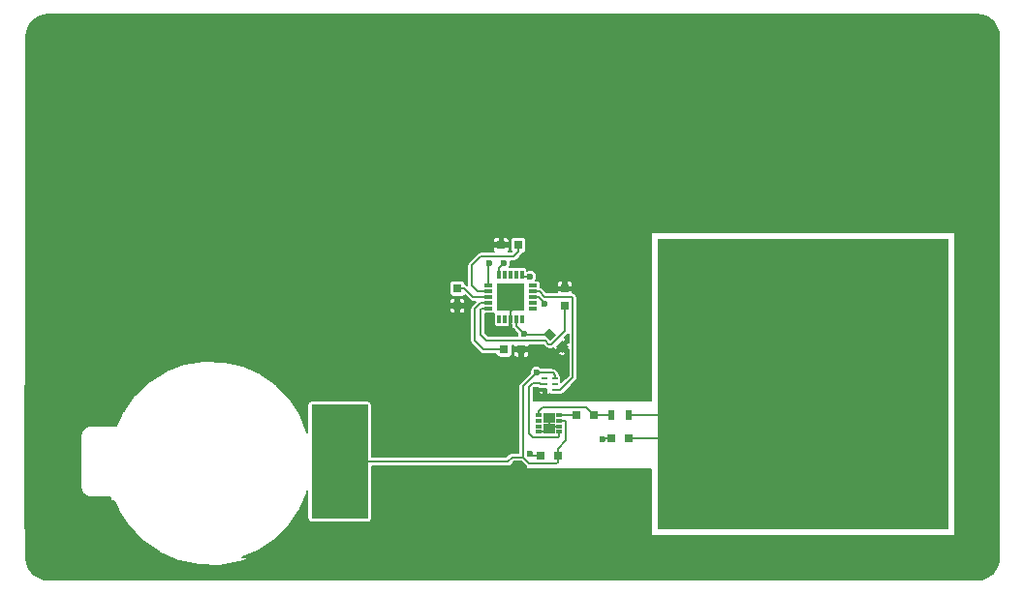
<source format=gtl>
G04 #@! TF.FileFunction,Copper,L1,Top,Signal*
%FSLAX46Y46*%
G04 Gerber Fmt 4.6, Leading zero omitted, Abs format (unit mm)*
G04 Created by KiCad (PCBNEW 4.0.5+dfsg1-4) date Mon Nov 20 15:47:14 2017*
%MOMM*%
%LPD*%
G01*
G04 APERTURE LIST*
%ADD10C,0.100000*%
%ADD11R,0.730000X0.300000*%
%ADD12R,0.300000X0.730000*%
%ADD13R,1.250000X1.250000*%
%ADD14R,0.797560X0.797560*%
%ADD15R,0.800000X0.750000*%
%ADD16R,0.500000X0.900000*%
%ADD17R,0.500000X0.300000*%
%ADD18R,1.060000X0.880000*%
%ADD19R,25.400000X25.400000*%
%ADD20R,3.500000X5.000000*%
%ADD21R,3.000000X3.000000*%
%ADD22R,5.000000X10.000000*%
%ADD23R,0.500000X0.250000*%
%ADD24C,0.600000*%
%ADD25C,0.203200*%
G04 APERTURE END LIST*
D10*
D11*
X150248000Y-95504000D03*
X150248000Y-96004000D03*
X150248000Y-96504000D03*
X150248000Y-97004000D03*
X150248000Y-97504000D03*
D12*
X151213000Y-98469000D03*
X151713000Y-98469000D03*
X152213000Y-98469000D03*
X152713000Y-98469000D03*
X153213000Y-98469000D03*
D11*
X154178000Y-97504000D03*
X154178000Y-97004000D03*
X154178000Y-96504000D03*
X154178000Y-96004000D03*
X154178000Y-95504000D03*
D12*
X153213000Y-94539000D03*
X152713000Y-94539000D03*
X152213000Y-94539000D03*
X151713000Y-94539000D03*
X151213000Y-94539000D03*
D13*
X152838000Y-97129000D03*
X152838000Y-95879000D03*
X151588000Y-97129000D03*
X151588000Y-95879000D03*
D10*
G36*
X155109332Y-99759662D02*
X155639662Y-99229332D01*
X156205348Y-99795018D01*
X155675018Y-100325348D01*
X155109332Y-99759662D01*
X155109332Y-99759662D01*
G37*
G36*
X156169992Y-100820322D02*
X156700322Y-100289992D01*
X157266008Y-100855678D01*
X156735678Y-101386008D01*
X156169992Y-100820322D01*
X156169992Y-100820322D01*
G37*
D14*
X156972000Y-97269300D03*
X156972000Y-95770700D03*
X151650700Y-101092000D03*
X153149300Y-101092000D03*
X147574000Y-95770700D03*
X147574000Y-97269300D03*
X152895300Y-91948000D03*
X151396700Y-91948000D03*
D15*
X154825000Y-110363000D03*
X156325000Y-110363000D03*
X159500000Y-106807000D03*
X158000000Y-106807000D03*
X162548000Y-108839000D03*
X161048000Y-108839000D03*
D16*
X162548000Y-106807000D03*
X161048000Y-106807000D03*
D17*
X154686000Y-106807000D03*
X154686000Y-107307000D03*
X154686000Y-107807000D03*
X154686000Y-108307000D03*
X156486000Y-108307000D03*
X156486000Y-107807000D03*
X156486000Y-107307000D03*
X156486000Y-106807000D03*
D18*
X155586000Y-107997000D03*
X155586000Y-107117000D03*
D19*
X177800000Y-104140000D03*
D20*
X136780000Y-110904000D03*
D21*
X113030000Y-110904000D03*
D22*
X112280000Y-110904000D03*
X137280000Y-110904000D03*
D23*
X155194000Y-103648000D03*
X155194000Y-104148000D03*
X155194000Y-104648000D03*
X156094000Y-103648000D03*
X156094000Y-104148000D03*
X156094000Y-104648000D03*
D24*
X154486144Y-103124000D03*
X153416000Y-99725200D03*
X153924000Y-110236000D03*
X154432000Y-104648000D03*
X160274000Y-108966000D03*
X155586000Y-107117000D03*
X152838000Y-95879000D03*
X150368000Y-93568800D03*
X155191947Y-97078584D03*
X151638000Y-93568800D03*
X153924000Y-94742000D03*
D25*
X151986000Y-110904000D02*
X152363695Y-110526305D01*
X152363695Y-110526305D02*
X153319199Y-110526305D01*
X136520000Y-110904000D02*
X151986000Y-110904000D01*
X154486144Y-103124000D02*
X155898200Y-103124000D01*
X155898200Y-103124000D02*
X156094000Y-103319800D01*
X156094000Y-103319800D02*
X156094000Y-103648000D01*
X156325000Y-110363000D02*
X156325000Y-110941200D01*
X156325000Y-110941200D02*
X156223399Y-111042801D01*
X156223399Y-111042801D02*
X153835695Y-111042801D01*
X153319199Y-110526305D02*
X153319199Y-104290945D01*
X153835695Y-111042801D02*
X153319199Y-110526305D01*
X153319199Y-104290945D02*
X154486144Y-103124000D01*
X152713000Y-99037200D02*
X153416000Y-99725200D01*
X153416000Y-99725200D02*
X153453140Y-99777340D01*
X156486000Y-107307000D02*
X156939200Y-107307000D01*
X156939200Y-107307000D02*
X157040801Y-107408601D01*
X157040801Y-107408601D02*
X157040801Y-109068999D01*
X157040801Y-109068999D02*
X156325000Y-109784800D01*
X156325000Y-109784800D02*
X156325000Y-110363000D01*
X152713000Y-98469000D02*
X152713000Y-99037200D01*
X153453140Y-99777340D02*
X155027010Y-99777340D01*
X155027010Y-99777340D02*
X155657340Y-99777340D01*
X112280000Y-110904000D02*
X112280000Y-108404000D01*
X112280000Y-108404000D02*
X123414700Y-97269300D01*
X123414700Y-97269300D02*
X146972020Y-97269300D01*
X146972020Y-97269300D02*
X147574000Y-97269300D01*
X154825000Y-110363000D02*
X154051000Y-110363000D01*
X154051000Y-110363000D02*
X153924000Y-110236000D01*
X155194000Y-104648000D02*
X154432000Y-104648000D01*
X161048000Y-108839000D02*
X160401000Y-108839000D01*
X160401000Y-108839000D02*
X160274000Y-108966000D01*
X155586000Y-107117000D02*
X155586000Y-107760200D01*
X155586000Y-107760200D02*
X155632800Y-107807000D01*
X156032800Y-107807000D02*
X156486000Y-107807000D01*
X155632800Y-107807000D02*
X156032800Y-107807000D01*
X154686000Y-108307000D02*
X155139200Y-108307000D01*
X155586000Y-107860200D02*
X155586000Y-107117000D01*
X155139200Y-108307000D02*
X155586000Y-107860200D01*
X152838000Y-97129000D02*
X152838000Y-95879000D01*
X151588000Y-95879000D02*
X151588000Y-97129000D01*
X152838000Y-97129000D02*
X151588000Y-97129000D01*
X152213000Y-98469000D02*
X152213000Y-97754000D01*
X152213000Y-97754000D02*
X152838000Y-97129000D01*
X149606000Y-99822000D02*
X150114000Y-100330000D01*
X150114000Y-100330000D02*
X155248602Y-100330000D01*
X155248602Y-100330000D02*
X155548760Y-100630158D01*
X155548760Y-100630158D02*
X155801276Y-100630158D01*
X155801276Y-100630158D02*
X156972000Y-99459434D01*
X156972000Y-99459434D02*
X156972000Y-97871280D01*
X156972000Y-97871280D02*
X156972000Y-97269300D01*
X149606000Y-97602750D02*
X149606000Y-99822000D01*
X149672750Y-97536000D02*
X149606000Y-97602750D01*
X150248000Y-97504000D02*
X150033000Y-97504000D01*
X150033000Y-97504000D02*
X150001000Y-97536000D01*
X150001000Y-97536000D02*
X149672750Y-97536000D01*
X149098000Y-97536000D02*
X149630000Y-97004000D01*
X149630000Y-97004000D02*
X150248000Y-97004000D01*
X149098000Y-100330000D02*
X149098000Y-97536000D01*
X149860000Y-101092000D02*
X149098000Y-100330000D01*
X151650700Y-101092000D02*
X149860000Y-101092000D01*
X147574000Y-95770700D02*
X148175980Y-95770700D01*
X148175980Y-95770700D02*
X148909280Y-96504000D01*
X148909280Y-96504000D02*
X149679800Y-96504000D01*
X149679800Y-96504000D02*
X150248000Y-96504000D01*
X152895300Y-91948000D02*
X152895300Y-92549980D01*
X152895300Y-92549980D02*
X152481280Y-92964000D01*
X152481280Y-92964000D02*
X149606000Y-92964000D01*
X149606000Y-92964000D02*
X148844000Y-93726000D01*
X148844000Y-95504000D02*
X149352000Y-96012000D01*
X148844000Y-93726000D02*
X148844000Y-95504000D01*
X149352000Y-96012000D02*
X149360000Y-96004000D01*
X149360000Y-96004000D02*
X150248000Y-96004000D01*
X150248000Y-95504000D02*
X150248000Y-93688800D01*
X150248000Y-93688800D02*
X150368000Y-93568800D01*
X155191947Y-97078584D02*
X154891948Y-96778585D01*
X154891948Y-96778585D02*
X154891948Y-96724498D01*
X154891948Y-96724498D02*
X154671450Y-96504000D01*
X154671450Y-96504000D02*
X154178000Y-96504000D01*
X151213000Y-94539000D02*
X151213000Y-93993800D01*
X151213000Y-93993800D02*
X151638000Y-93568800D01*
X153924000Y-94742000D02*
X153416000Y-94742000D01*
X153416000Y-94742000D02*
X153213000Y-94539000D01*
X154686000Y-106807000D02*
X154686000Y-106453800D01*
X154686000Y-106453800D02*
X155012601Y-106127199D01*
X155012601Y-106127199D02*
X158795199Y-106127199D01*
X158795199Y-106127199D02*
X159475000Y-106807000D01*
X159475000Y-106807000D02*
X159500000Y-106807000D01*
X161048000Y-106807000D02*
X159500000Y-106807000D01*
X158000000Y-106807000D02*
X156486000Y-106807000D01*
X162548000Y-108839000D02*
X173101000Y-108839000D01*
X173101000Y-108839000D02*
X177800000Y-104140000D01*
X162548000Y-106807000D02*
X175133000Y-106807000D01*
X175133000Y-106807000D02*
X177800000Y-104140000D01*
X156094000Y-104648000D02*
X156547200Y-104648000D01*
X155216481Y-96474281D02*
X154746200Y-96004000D01*
X156547200Y-104648000D02*
X157675581Y-103519619D01*
X154746200Y-96004000D02*
X154178000Y-96004000D01*
X157675581Y-103519619D02*
X157675581Y-96626679D01*
X157675581Y-96626679D02*
X157523183Y-96474281D01*
X157523183Y-96474281D02*
X155216481Y-96474281D01*
X156486000Y-108307000D02*
X156486000Y-108660200D01*
X156486000Y-108660200D02*
X156384399Y-108761801D01*
X154722305Y-104043199D02*
X154827106Y-104148000D01*
X156384399Y-108761801D02*
X154192159Y-108761801D01*
X154192159Y-108761801D02*
X153827199Y-108396841D01*
X153827199Y-104357695D02*
X154141695Y-104043199D01*
X153827199Y-108396841D02*
X153827199Y-104357695D01*
X154141695Y-104043199D02*
X154722305Y-104043199D01*
X154827106Y-104148000D02*
X155194000Y-104148000D01*
G36*
X192708534Y-119278400D02*
X128776441Y-119278400D01*
X130013171Y-118792994D01*
X130043841Y-118777347D01*
X130074712Y-118762137D01*
X130079198Y-118759309D01*
X131469625Y-117869082D01*
X131496683Y-117847767D01*
X131524001Y-117826858D01*
X131527853Y-117823213D01*
X132718887Y-116679870D01*
X132741290Y-116653705D01*
X132764026Y-116627890D01*
X132767090Y-116623573D01*
X132767096Y-116623566D01*
X132767100Y-116623559D01*
X133713371Y-115270658D01*
X133730278Y-115240617D01*
X133747553Y-115210900D01*
X133749725Y-115206062D01*
X134415197Y-113695121D01*
X134425938Y-113662394D01*
X134437122Y-113629861D01*
X134438312Y-113624693D01*
X134473726Y-113465875D01*
X134473726Y-115904000D01*
X134477597Y-115952538D01*
X134503091Y-116034864D01*
X134550512Y-116106828D01*
X134616104Y-116162732D01*
X134694674Y-116198148D01*
X134780000Y-116210274D01*
X139780000Y-116210274D01*
X139828538Y-116206403D01*
X139910864Y-116180909D01*
X139982828Y-116133488D01*
X140038732Y-116067896D01*
X140074148Y-115989326D01*
X140086274Y-115904000D01*
X140086274Y-111310400D01*
X151986000Y-111310400D01*
X152023342Y-111306739D01*
X152060757Y-111303465D01*
X152062810Y-111302869D01*
X152064937Y-111302660D01*
X152100878Y-111291809D01*
X152136924Y-111281337D01*
X152138821Y-111280354D01*
X152140867Y-111279736D01*
X152174039Y-111262098D01*
X152207341Y-111244835D01*
X152209009Y-111243503D01*
X152210898Y-111242499D01*
X152240019Y-111218749D01*
X152269328Y-111195352D01*
X152272299Y-111192422D01*
X152272363Y-111192370D01*
X152272412Y-111192311D01*
X152273368Y-111191368D01*
X152532031Y-110932705D01*
X153150863Y-110932705D01*
X153548327Y-111330169D01*
X153568400Y-111346657D01*
X153568400Y-111506000D01*
X153575348Y-111542927D01*
X153597172Y-111576843D01*
X153630472Y-111599595D01*
X153670000Y-111607600D01*
X164490400Y-111607600D01*
X164490400Y-117348000D01*
X164497348Y-117384927D01*
X164519172Y-117418843D01*
X164552472Y-117441595D01*
X164592000Y-117449600D01*
X191008000Y-117449600D01*
X191044927Y-117442652D01*
X191078843Y-117420828D01*
X191101595Y-117387528D01*
X191109600Y-117348000D01*
X191109600Y-90932000D01*
X191102652Y-90895073D01*
X191080828Y-90861157D01*
X191047528Y-90838405D01*
X191008000Y-90830400D01*
X164592000Y-90830400D01*
X164555073Y-90837348D01*
X164521157Y-90859172D01*
X164498405Y-90892472D01*
X164490400Y-90932000D01*
X164490400Y-105562400D01*
X154233599Y-105562400D01*
X154233599Y-104786700D01*
X154639200Y-104786700D01*
X154639200Y-104803020D01*
X154650913Y-104861907D01*
X154673890Y-104917377D01*
X154707246Y-104967299D01*
X154749701Y-105009753D01*
X154799623Y-105043110D01*
X154855093Y-105066087D01*
X154913980Y-105077800D01*
X154992800Y-105077800D01*
X155069000Y-105001600D01*
X155069000Y-104710500D01*
X154715400Y-104710500D01*
X154639200Y-104786700D01*
X154233599Y-104786700D01*
X154233599Y-104526031D01*
X154310032Y-104449599D01*
X154557063Y-104449599D01*
X154568713Y-104459168D01*
X154597503Y-104483326D01*
X154599378Y-104484357D01*
X154601028Y-104485712D01*
X154634098Y-104503444D01*
X154639200Y-104506249D01*
X154639200Y-104509300D01*
X154715400Y-104585500D01*
X155069000Y-104585500D01*
X155069000Y-104579274D01*
X155319000Y-104579274D01*
X155319000Y-104585500D01*
X155366400Y-104585500D01*
X155366400Y-104710500D01*
X155319000Y-104710500D01*
X155319000Y-105001600D01*
X155395200Y-105077800D01*
X155474020Y-105077800D01*
X155532907Y-105066087D01*
X155588377Y-105043110D01*
X155638299Y-105009753D01*
X155645669Y-105002383D01*
X155680104Y-105031732D01*
X155758674Y-105067148D01*
X155844000Y-105079274D01*
X156344000Y-105079274D01*
X156392538Y-105075403D01*
X156460362Y-105054400D01*
X156547200Y-105054400D01*
X156584542Y-105050739D01*
X156621957Y-105047465D01*
X156624010Y-105046869D01*
X156626137Y-105046660D01*
X156662078Y-105035809D01*
X156698124Y-105025337D01*
X156700021Y-105024354D01*
X156702067Y-105023736D01*
X156735239Y-105006098D01*
X156768541Y-104988835D01*
X156770209Y-104987503D01*
X156772098Y-104986499D01*
X156801219Y-104962749D01*
X156830528Y-104939352D01*
X156833499Y-104936422D01*
X156833563Y-104936370D01*
X156833612Y-104936311D01*
X156834568Y-104935368D01*
X157962949Y-103806987D01*
X157986749Y-103778012D01*
X158010907Y-103749222D01*
X158011938Y-103747347D01*
X158013293Y-103745697D01*
X158031025Y-103712627D01*
X158049118Y-103679717D01*
X158049764Y-103677681D01*
X158050774Y-103675797D01*
X158061753Y-103639886D01*
X158073100Y-103604114D01*
X158073338Y-103601991D01*
X158073963Y-103599947D01*
X158077761Y-103562556D01*
X158081941Y-103525293D01*
X158081970Y-103521123D01*
X158081979Y-103521038D01*
X158081972Y-103520959D01*
X158081981Y-103519619D01*
X158081981Y-96626679D01*
X158078320Y-96589341D01*
X158075046Y-96551921D01*
X158074449Y-96549868D01*
X158074241Y-96547742D01*
X158063394Y-96511813D01*
X158052918Y-96475755D01*
X158051935Y-96473858D01*
X158051317Y-96471812D01*
X158033690Y-96438660D01*
X158016416Y-96405337D01*
X158015083Y-96403667D01*
X158014080Y-96401781D01*
X157990348Y-96372682D01*
X157966933Y-96343351D01*
X157964003Y-96340380D01*
X157963951Y-96340316D01*
X157963892Y-96340267D01*
X157962949Y-96339311D01*
X157810551Y-96186913D01*
X157781576Y-96163113D01*
X157752786Y-96138955D01*
X157750911Y-96137924D01*
X157749261Y-96136569D01*
X157716191Y-96118837D01*
X157683281Y-96100744D01*
X157681245Y-96100098D01*
X157679361Y-96099088D01*
X157675580Y-96097932D01*
X157675580Y-95999300D01*
X157599380Y-95923100D01*
X157124400Y-95923100D01*
X157124400Y-95943100D01*
X156819600Y-95943100D01*
X156819600Y-95923100D01*
X156344620Y-95923100D01*
X156268420Y-95999300D01*
X156268420Y-96067881D01*
X155384817Y-96067881D01*
X155033568Y-95716632D01*
X155004593Y-95692832D01*
X154975803Y-95668674D01*
X154973928Y-95667643D01*
X154972278Y-95666288D01*
X154939208Y-95648556D01*
X154906298Y-95630463D01*
X154904262Y-95629817D01*
X154902378Y-95628807D01*
X154866467Y-95617828D01*
X154849274Y-95612374D01*
X154849274Y-95354000D01*
X154848310Y-95341900D01*
X156268420Y-95341900D01*
X156268420Y-95542100D01*
X156344620Y-95618300D01*
X156819600Y-95618300D01*
X156819600Y-95143320D01*
X157124400Y-95143320D01*
X157124400Y-95618300D01*
X157599380Y-95618300D01*
X157675580Y-95542100D01*
X157675580Y-95341900D01*
X157663867Y-95283013D01*
X157640890Y-95227543D01*
X157607534Y-95177621D01*
X157565079Y-95135167D01*
X157515157Y-95101810D01*
X157459687Y-95078833D01*
X157400800Y-95067120D01*
X157200600Y-95067120D01*
X157124400Y-95143320D01*
X156819600Y-95143320D01*
X156743400Y-95067120D01*
X156543200Y-95067120D01*
X156484313Y-95078833D01*
X156428843Y-95101810D01*
X156378921Y-95135167D01*
X156336466Y-95177621D01*
X156303110Y-95227543D01*
X156280133Y-95283013D01*
X156268420Y-95341900D01*
X154848310Y-95341900D01*
X154845403Y-95305462D01*
X154819909Y-95223136D01*
X154772488Y-95151172D01*
X154706896Y-95095268D01*
X154628326Y-95059852D01*
X154543000Y-95047726D01*
X154448503Y-95047726D01*
X154452415Y-95042181D01*
X154500657Y-94933828D01*
X154526934Y-94818168D01*
X154528826Y-94682696D01*
X154505788Y-94566348D01*
X154460590Y-94456690D01*
X154394954Y-94357899D01*
X154311379Y-94273739D01*
X154213049Y-94207415D01*
X154103709Y-94161453D01*
X153987525Y-94137603D01*
X153868920Y-94136775D01*
X153752414Y-94159000D01*
X153669274Y-94192591D01*
X153669274Y-94174000D01*
X153665403Y-94125462D01*
X153639909Y-94043136D01*
X153592488Y-93971172D01*
X153526896Y-93915268D01*
X153448326Y-93879852D01*
X153363000Y-93867726D01*
X153063000Y-93867726D01*
X153014462Y-93871597D01*
X152964403Y-93887099D01*
X152948326Y-93879852D01*
X152863000Y-93867726D01*
X152563000Y-93867726D01*
X152514462Y-93871597D01*
X152464403Y-93887099D01*
X152448326Y-93879852D01*
X152363000Y-93867726D01*
X152166974Y-93867726D01*
X152214657Y-93760628D01*
X152240934Y-93644968D01*
X152242826Y-93509496D01*
X152219788Y-93393148D01*
X152210412Y-93370400D01*
X152481280Y-93370400D01*
X152518622Y-93366739D01*
X152556037Y-93363465D01*
X152558090Y-93362869D01*
X152560217Y-93362660D01*
X152596158Y-93351809D01*
X152632204Y-93341337D01*
X152634101Y-93340354D01*
X152636147Y-93339736D01*
X152669319Y-93322098D01*
X152702621Y-93304835D01*
X152704289Y-93303503D01*
X152706178Y-93302499D01*
X152735299Y-93278749D01*
X152764608Y-93255352D01*
X152767579Y-93252422D01*
X152767643Y-93252370D01*
X152767692Y-93252311D01*
X152768648Y-93251368D01*
X153182668Y-92837348D01*
X153206468Y-92808373D01*
X153230626Y-92779583D01*
X153231657Y-92777708D01*
X153233012Y-92776058D01*
X153250744Y-92742988D01*
X153268837Y-92710078D01*
X153269483Y-92708042D01*
X153270493Y-92706158D01*
X153281472Y-92670247D01*
X153286926Y-92653054D01*
X153294080Y-92653054D01*
X153342618Y-92649183D01*
X153424944Y-92623689D01*
X153496908Y-92576268D01*
X153552812Y-92510676D01*
X153588228Y-92432106D01*
X153600354Y-92346780D01*
X153600354Y-91549220D01*
X153596483Y-91500682D01*
X153570989Y-91418356D01*
X153523568Y-91346392D01*
X153457976Y-91290488D01*
X153379406Y-91255072D01*
X153294080Y-91242946D01*
X152496520Y-91242946D01*
X152447982Y-91246817D01*
X152365656Y-91272311D01*
X152293692Y-91319732D01*
X152237788Y-91385324D01*
X152202372Y-91463894D01*
X152190246Y-91549220D01*
X152190246Y-92346780D01*
X152194117Y-92395318D01*
X152219611Y-92477644D01*
X152267032Y-92549608D01*
X152276409Y-92557600D01*
X152015712Y-92557600D01*
X152032233Y-92541079D01*
X152065590Y-92491157D01*
X152088567Y-92435687D01*
X152100280Y-92376800D01*
X152100280Y-92176600D01*
X152024080Y-92100400D01*
X151549100Y-92100400D01*
X151549100Y-92120400D01*
X151244300Y-92120400D01*
X151244300Y-92100400D01*
X150769320Y-92100400D01*
X150693120Y-92176600D01*
X150693120Y-92376800D01*
X150704833Y-92435687D01*
X150727810Y-92491157D01*
X150761167Y-92541079D01*
X150777688Y-92557600D01*
X149606000Y-92557600D01*
X149568658Y-92561261D01*
X149531243Y-92564535D01*
X149529190Y-92565131D01*
X149527063Y-92565340D01*
X149491122Y-92576191D01*
X149455076Y-92586663D01*
X149453179Y-92587646D01*
X149451133Y-92588264D01*
X149418000Y-92605881D01*
X149384659Y-92623164D01*
X149382987Y-92624499D01*
X149381102Y-92625501D01*
X149352009Y-92649229D01*
X149322672Y-92672648D01*
X149319701Y-92675578D01*
X149319637Y-92675630D01*
X149319588Y-92675689D01*
X149318632Y-92676632D01*
X148556632Y-93438632D01*
X148532832Y-93467607D01*
X148508674Y-93496397D01*
X148507643Y-93498272D01*
X148506288Y-93499922D01*
X148488556Y-93532992D01*
X148470463Y-93565902D01*
X148469817Y-93567938D01*
X148468807Y-93569822D01*
X148457828Y-93605733D01*
X148446481Y-93641505D01*
X148446243Y-93643628D01*
X148445618Y-93645672D01*
X148441820Y-93683063D01*
X148437640Y-93720326D01*
X148437611Y-93724496D01*
X148437602Y-93724581D01*
X148437609Y-93724660D01*
X148437600Y-93726000D01*
X148437600Y-95462182D01*
X148434373Y-95459532D01*
X148405583Y-95435374D01*
X148403708Y-95434343D01*
X148402058Y-95432988D01*
X148368988Y-95415256D01*
X148336078Y-95397163D01*
X148334042Y-95396517D01*
X148332158Y-95395507D01*
X148296247Y-95384528D01*
X148279054Y-95379074D01*
X148279054Y-95371920D01*
X148275183Y-95323382D01*
X148249689Y-95241056D01*
X148202268Y-95169092D01*
X148136676Y-95113188D01*
X148058106Y-95077772D01*
X147972780Y-95065646D01*
X147175220Y-95065646D01*
X147126682Y-95069517D01*
X147044356Y-95095011D01*
X146972392Y-95142432D01*
X146916488Y-95208024D01*
X146881072Y-95286594D01*
X146868946Y-95371920D01*
X146868946Y-96169480D01*
X146872817Y-96218018D01*
X146898311Y-96300344D01*
X146945732Y-96372308D01*
X147011324Y-96428212D01*
X147089894Y-96463628D01*
X147175220Y-96475754D01*
X147972780Y-96475754D01*
X148021318Y-96471883D01*
X148103644Y-96446389D01*
X148175608Y-96398968D01*
X148200411Y-96369867D01*
X148621912Y-96791368D01*
X148650887Y-96815168D01*
X148679677Y-96839326D01*
X148681552Y-96840357D01*
X148683202Y-96841712D01*
X148716272Y-96859444D01*
X148749182Y-96877537D01*
X148751218Y-96878183D01*
X148753102Y-96879193D01*
X148789013Y-96890172D01*
X148824785Y-96901519D01*
X148826908Y-96901757D01*
X148828952Y-96902382D01*
X148866343Y-96906180D01*
X148903606Y-96910360D01*
X148907776Y-96910389D01*
X148907861Y-96910398D01*
X148907940Y-96910391D01*
X148909280Y-96910400D01*
X149148864Y-96910400D01*
X148810632Y-97248632D01*
X148786832Y-97277607D01*
X148762674Y-97306397D01*
X148761643Y-97308272D01*
X148760288Y-97309922D01*
X148742556Y-97342992D01*
X148724463Y-97375902D01*
X148723817Y-97377938D01*
X148722807Y-97379822D01*
X148711828Y-97415733D01*
X148700481Y-97451505D01*
X148700243Y-97453628D01*
X148699618Y-97455672D01*
X148695820Y-97493063D01*
X148691640Y-97530326D01*
X148691611Y-97534496D01*
X148691602Y-97534581D01*
X148691609Y-97534660D01*
X148691600Y-97536000D01*
X148691600Y-100330000D01*
X148695261Y-100367342D01*
X148698535Y-100404757D01*
X148699131Y-100406810D01*
X148699340Y-100408937D01*
X148710191Y-100444878D01*
X148720663Y-100480924D01*
X148721646Y-100482821D01*
X148722264Y-100484867D01*
X148739902Y-100518039D01*
X148757165Y-100551341D01*
X148758497Y-100553009D01*
X148759501Y-100554898D01*
X148783251Y-100584019D01*
X148806648Y-100613328D01*
X148809578Y-100616299D01*
X148809630Y-100616363D01*
X148809689Y-100616412D01*
X148810632Y-100617368D01*
X149572632Y-101379368D01*
X149601607Y-101403168D01*
X149630397Y-101427326D01*
X149632272Y-101428357D01*
X149633922Y-101429712D01*
X149666992Y-101447444D01*
X149699902Y-101465537D01*
X149701938Y-101466183D01*
X149703822Y-101467193D01*
X149739733Y-101478172D01*
X149775505Y-101489519D01*
X149777628Y-101489757D01*
X149779672Y-101490382D01*
X149817063Y-101494180D01*
X149854326Y-101498360D01*
X149858496Y-101498389D01*
X149858581Y-101498398D01*
X149858660Y-101498391D01*
X149860000Y-101498400D01*
X150946254Y-101498400D01*
X150949517Y-101539318D01*
X150975011Y-101621644D01*
X151022432Y-101693608D01*
X151088024Y-101749512D01*
X151166594Y-101784928D01*
X151251920Y-101797054D01*
X152049480Y-101797054D01*
X152098018Y-101793183D01*
X152180344Y-101767689D01*
X152252308Y-101720268D01*
X152308212Y-101654676D01*
X152343628Y-101576106D01*
X152355754Y-101490780D01*
X152355754Y-101320600D01*
X152445720Y-101320600D01*
X152445720Y-101520800D01*
X152457433Y-101579687D01*
X152480410Y-101635157D01*
X152513767Y-101685079D01*
X152556221Y-101727534D01*
X152606143Y-101760890D01*
X152661613Y-101783867D01*
X152720500Y-101795580D01*
X152920700Y-101795580D01*
X152996900Y-101719380D01*
X152996900Y-101244400D01*
X153301700Y-101244400D01*
X153301700Y-101719380D01*
X153377900Y-101795580D01*
X153578100Y-101795580D01*
X153636987Y-101783867D01*
X153692457Y-101760890D01*
X153742379Y-101727534D01*
X153784833Y-101685079D01*
X153818190Y-101635157D01*
X153841167Y-101579687D01*
X153852880Y-101520800D01*
X153852880Y-101372573D01*
X156398953Y-101372573D01*
X156398953Y-101480336D01*
X156541379Y-101622761D01*
X156591301Y-101656118D01*
X156646771Y-101679094D01*
X156705657Y-101690808D01*
X156765697Y-101690808D01*
X156824584Y-101679094D01*
X156880055Y-101656118D01*
X156929976Y-101622761D01*
X156972431Y-101580307D01*
X157054724Y-101498013D01*
X157054724Y-101390250D01*
X156718000Y-101053526D01*
X156398953Y-101372573D01*
X153852880Y-101372573D01*
X153852880Y-101320600D01*
X153776680Y-101244400D01*
X153301700Y-101244400D01*
X152996900Y-101244400D01*
X152521920Y-101244400D01*
X152445720Y-101320600D01*
X152355754Y-101320600D01*
X152355754Y-100736400D01*
X152445720Y-100736400D01*
X152445720Y-100863400D01*
X152521920Y-100939600D01*
X152996900Y-100939600D01*
X152996900Y-100919600D01*
X153301700Y-100919600D01*
X153301700Y-100939600D01*
X153776680Y-100939600D01*
X153852880Y-100863400D01*
X153852880Y-100736400D01*
X155080266Y-100736400D01*
X155261392Y-100917527D01*
X155290397Y-100941351D01*
X155319157Y-100965484D01*
X155321032Y-100966515D01*
X155322682Y-100967870D01*
X155355752Y-100985602D01*
X155388662Y-101003695D01*
X155390698Y-101004341D01*
X155392582Y-101005351D01*
X155428493Y-101016330D01*
X155464265Y-101027677D01*
X155466388Y-101027915D01*
X155468432Y-101028540D01*
X155505823Y-101032338D01*
X155543086Y-101036518D01*
X155547256Y-101036547D01*
X155547341Y-101036556D01*
X155547420Y-101036549D01*
X155548760Y-101036558D01*
X155801276Y-101036558D01*
X155838618Y-101032897D01*
X155876033Y-101029623D01*
X155878086Y-101029027D01*
X155880213Y-101028818D01*
X155916154Y-101017967D01*
X155932334Y-101013266D01*
X155933239Y-101014621D01*
X156075664Y-101157047D01*
X156183427Y-101157047D01*
X156502474Y-100838000D01*
X156488332Y-100823858D01*
X156703858Y-100608332D01*
X156718000Y-100622474D01*
X157037047Y-100303427D01*
X157037047Y-100195664D01*
X156923776Y-100082394D01*
X157259368Y-99746802D01*
X157269181Y-99734855D01*
X157269181Y-100518953D01*
X157252573Y-100518953D01*
X156933526Y-100838000D01*
X157269181Y-101173655D01*
X157269181Y-103351283D01*
X156646308Y-103974156D01*
X156621723Y-103894765D01*
X156638148Y-103858326D01*
X156650274Y-103773000D01*
X156650274Y-103523000D01*
X156646403Y-103474462D01*
X156620909Y-103392136D01*
X156573488Y-103320172D01*
X156507896Y-103264268D01*
X156494624Y-103258285D01*
X156493465Y-103245043D01*
X156492869Y-103242990D01*
X156492660Y-103240863D01*
X156481809Y-103204922D01*
X156471337Y-103168876D01*
X156470354Y-103166979D01*
X156469736Y-103164933D01*
X156452098Y-103131761D01*
X156434835Y-103098459D01*
X156433503Y-103096791D01*
X156432499Y-103094902D01*
X156408749Y-103065781D01*
X156385352Y-103036472D01*
X156382422Y-103033501D01*
X156382370Y-103033437D01*
X156382311Y-103033388D01*
X156381368Y-103032432D01*
X156185568Y-102836632D01*
X156156593Y-102812832D01*
X156127803Y-102788674D01*
X156125928Y-102787643D01*
X156124278Y-102786288D01*
X156091208Y-102768556D01*
X156058298Y-102750463D01*
X156056262Y-102749817D01*
X156054378Y-102748807D01*
X156018467Y-102737828D01*
X155982695Y-102726481D01*
X155980572Y-102726243D01*
X155978528Y-102725618D01*
X155941137Y-102721820D01*
X155903874Y-102717640D01*
X155899704Y-102717611D01*
X155899619Y-102717602D01*
X155899540Y-102717609D01*
X155898200Y-102717600D01*
X154934954Y-102717600D01*
X154873523Y-102655739D01*
X154775193Y-102589415D01*
X154665853Y-102543453D01*
X154549669Y-102519603D01*
X154431064Y-102518775D01*
X154314558Y-102541000D01*
X154204587Y-102585431D01*
X154105341Y-102650376D01*
X154020599Y-102733361D01*
X153953590Y-102831226D01*
X153906865Y-102940242D01*
X153882205Y-103056257D01*
X153880832Y-103154575D01*
X153031831Y-104003577D01*
X153008031Y-104032552D01*
X152983873Y-104061342D01*
X152982842Y-104063217D01*
X152981487Y-104064867D01*
X152963755Y-104097937D01*
X152945662Y-104130847D01*
X152945016Y-104132883D01*
X152944006Y-104134767D01*
X152933027Y-104170678D01*
X152921680Y-104206450D01*
X152921442Y-104208573D01*
X152920817Y-104210617D01*
X152917019Y-104248008D01*
X152912839Y-104285271D01*
X152912810Y-104289441D01*
X152912801Y-104289526D01*
X152912808Y-104289605D01*
X152912799Y-104290945D01*
X152912799Y-110119905D01*
X152363695Y-110119905D01*
X152326357Y-110123566D01*
X152288937Y-110126840D01*
X152286884Y-110127437D01*
X152284758Y-110127645D01*
X152248829Y-110138492D01*
X152212771Y-110148968D01*
X152210874Y-110149951D01*
X152208828Y-110150569D01*
X152175676Y-110168196D01*
X152142353Y-110185470D01*
X152140683Y-110186803D01*
X152138797Y-110187806D01*
X152109698Y-110211538D01*
X152080367Y-110234953D01*
X152077396Y-110237883D01*
X152077332Y-110237935D01*
X152077283Y-110237994D01*
X152076327Y-110238937D01*
X151817664Y-110497600D01*
X140086274Y-110497600D01*
X140086274Y-105904000D01*
X140082403Y-105855462D01*
X140056909Y-105773136D01*
X140009488Y-105701172D01*
X139943896Y-105645268D01*
X139865326Y-105609852D01*
X139780000Y-105597726D01*
X134780000Y-105597726D01*
X134731462Y-105601597D01*
X134649136Y-105627091D01*
X134577172Y-105674512D01*
X134521268Y-105740104D01*
X134485852Y-105818674D01*
X134473726Y-105904000D01*
X134473726Y-108347070D01*
X133946611Y-106976002D01*
X133931155Y-106945177D01*
X133916183Y-106914246D01*
X133913386Y-106909740D01*
X133032888Y-105513132D01*
X133011766Y-105485930D01*
X132991045Y-105458462D01*
X132987426Y-105454585D01*
X131852426Y-104255599D01*
X131826439Y-104233032D01*
X131800761Y-104210097D01*
X131796459Y-104206998D01*
X130450191Y-103251302D01*
X130420290Y-103234197D01*
X130390673Y-103216703D01*
X130385859Y-103214502D01*
X130385850Y-103214497D01*
X130385841Y-103214494D01*
X128879593Y-102538493D01*
X128846955Y-102527527D01*
X128814487Y-102516112D01*
X128809331Y-102514887D01*
X128809329Y-102514886D01*
X128809327Y-102514886D01*
X127200454Y-102144324D01*
X127166290Y-102139905D01*
X127132242Y-102135016D01*
X127126943Y-102134815D01*
X125476733Y-102083808D01*
X125442337Y-102086111D01*
X125408012Y-102087927D01*
X125402774Y-102088759D01*
X123774085Y-102359251D01*
X123740802Y-102368187D01*
X123707473Y-102376639D01*
X123702507Y-102378469D01*
X123702497Y-102378472D01*
X123702488Y-102378476D01*
X122157365Y-102960161D01*
X122126501Y-102975368D01*
X122095398Y-102990156D01*
X122090873Y-102992921D01*
X120688153Y-103863648D01*
X120660795Y-103884587D01*
X120633193Y-103905108D01*
X120629297Y-103908694D01*
X120629291Y-103908699D01*
X120629286Y-103908705D01*
X119422409Y-105035301D01*
X119399644Y-105061149D01*
X119376548Y-105086647D01*
X119373422Y-105090922D01*
X119373418Y-105090927D01*
X119373415Y-105090932D01*
X118408346Y-106430491D01*
X118391026Y-106460285D01*
X118373332Y-106489767D01*
X118371093Y-106494574D01*
X117786035Y-107774200D01*
X115530000Y-107774200D01*
X115529934Y-107774206D01*
X115528694Y-107774202D01*
X115525203Y-107774214D01*
X115508685Y-107775891D01*
X115492088Y-107775775D01*
X115486810Y-107776292D01*
X115389762Y-107786493D01*
X115356081Y-107793406D01*
X115322228Y-107799864D01*
X115317151Y-107801397D01*
X115223932Y-107830253D01*
X115192146Y-107843614D01*
X115160280Y-107856489D01*
X115155608Y-107858973D01*
X115155600Y-107858977D01*
X115155593Y-107858982D01*
X115084800Y-107897259D01*
X115084800Y-105873980D01*
X115073087Y-105815093D01*
X115050110Y-105759623D01*
X115016753Y-105709701D01*
X114974299Y-105667246D01*
X114924377Y-105633890D01*
X114868907Y-105610913D01*
X114810020Y-105599200D01*
X112508600Y-105599200D01*
X112432400Y-105675400D01*
X112432400Y-109099200D01*
X112127600Y-109099200D01*
X112127600Y-105675400D01*
X112051400Y-105599200D01*
X111861600Y-105599200D01*
X111861600Y-97497900D01*
X146870420Y-97497900D01*
X146870420Y-97698100D01*
X146882133Y-97756987D01*
X146905110Y-97812457D01*
X146938466Y-97862379D01*
X146980921Y-97904833D01*
X147030843Y-97938190D01*
X147086313Y-97961167D01*
X147145200Y-97972880D01*
X147345400Y-97972880D01*
X147421600Y-97896680D01*
X147421600Y-97421700D01*
X147726400Y-97421700D01*
X147726400Y-97896680D01*
X147802600Y-97972880D01*
X148002800Y-97972880D01*
X148061687Y-97961167D01*
X148117157Y-97938190D01*
X148167079Y-97904833D01*
X148209534Y-97862379D01*
X148242890Y-97812457D01*
X148265867Y-97756987D01*
X148277580Y-97698100D01*
X148277580Y-97497900D01*
X148201380Y-97421700D01*
X147726400Y-97421700D01*
X147421600Y-97421700D01*
X146946620Y-97421700D01*
X146870420Y-97497900D01*
X111861600Y-97497900D01*
X111861600Y-96840500D01*
X146870420Y-96840500D01*
X146870420Y-97040700D01*
X146946620Y-97116900D01*
X147421600Y-97116900D01*
X147421600Y-96641920D01*
X147726400Y-96641920D01*
X147726400Y-97116900D01*
X148201380Y-97116900D01*
X148277580Y-97040700D01*
X148277580Y-96840500D01*
X148265867Y-96781613D01*
X148242890Y-96726143D01*
X148209534Y-96676221D01*
X148167079Y-96633767D01*
X148117157Y-96600410D01*
X148061687Y-96577433D01*
X148002800Y-96565720D01*
X147802600Y-96565720D01*
X147726400Y-96641920D01*
X147421600Y-96641920D01*
X147345400Y-96565720D01*
X147145200Y-96565720D01*
X147086313Y-96577433D01*
X147030843Y-96600410D01*
X146980921Y-96633767D01*
X146938466Y-96676221D01*
X146905110Y-96726143D01*
X146882133Y-96781613D01*
X146870420Y-96840500D01*
X111861600Y-96840500D01*
X111861600Y-91519200D01*
X150693120Y-91519200D01*
X150693120Y-91719400D01*
X150769320Y-91795600D01*
X151244300Y-91795600D01*
X151244300Y-91320620D01*
X151549100Y-91320620D01*
X151549100Y-91795600D01*
X152024080Y-91795600D01*
X152100280Y-91719400D01*
X152100280Y-91519200D01*
X152088567Y-91460313D01*
X152065590Y-91404843D01*
X152032233Y-91354921D01*
X151989779Y-91312466D01*
X151939857Y-91279110D01*
X151884387Y-91256133D01*
X151825500Y-91244420D01*
X151625300Y-91244420D01*
X151549100Y-91320620D01*
X151244300Y-91320620D01*
X151168100Y-91244420D01*
X150967900Y-91244420D01*
X150909013Y-91256133D01*
X150853543Y-91279110D01*
X150803621Y-91312466D01*
X150761167Y-91354921D01*
X150727810Y-91404843D01*
X150704833Y-91460313D01*
X150693120Y-91519200D01*
X111861600Y-91519200D01*
X111861600Y-73761600D01*
X192708534Y-73761600D01*
X192708534Y-119278400D01*
X192708534Y-119278400D01*
G37*
X192708534Y-119278400D02*
X128776441Y-119278400D01*
X130013171Y-118792994D01*
X130043841Y-118777347D01*
X130074712Y-118762137D01*
X130079198Y-118759309D01*
X131469625Y-117869082D01*
X131496683Y-117847767D01*
X131524001Y-117826858D01*
X131527853Y-117823213D01*
X132718887Y-116679870D01*
X132741290Y-116653705D01*
X132764026Y-116627890D01*
X132767090Y-116623573D01*
X132767096Y-116623566D01*
X132767100Y-116623559D01*
X133713371Y-115270658D01*
X133730278Y-115240617D01*
X133747553Y-115210900D01*
X133749725Y-115206062D01*
X134415197Y-113695121D01*
X134425938Y-113662394D01*
X134437122Y-113629861D01*
X134438312Y-113624693D01*
X134473726Y-113465875D01*
X134473726Y-115904000D01*
X134477597Y-115952538D01*
X134503091Y-116034864D01*
X134550512Y-116106828D01*
X134616104Y-116162732D01*
X134694674Y-116198148D01*
X134780000Y-116210274D01*
X139780000Y-116210274D01*
X139828538Y-116206403D01*
X139910864Y-116180909D01*
X139982828Y-116133488D01*
X140038732Y-116067896D01*
X140074148Y-115989326D01*
X140086274Y-115904000D01*
X140086274Y-111310400D01*
X151986000Y-111310400D01*
X152023342Y-111306739D01*
X152060757Y-111303465D01*
X152062810Y-111302869D01*
X152064937Y-111302660D01*
X152100878Y-111291809D01*
X152136924Y-111281337D01*
X152138821Y-111280354D01*
X152140867Y-111279736D01*
X152174039Y-111262098D01*
X152207341Y-111244835D01*
X152209009Y-111243503D01*
X152210898Y-111242499D01*
X152240019Y-111218749D01*
X152269328Y-111195352D01*
X152272299Y-111192422D01*
X152272363Y-111192370D01*
X152272412Y-111192311D01*
X152273368Y-111191368D01*
X152532031Y-110932705D01*
X153150863Y-110932705D01*
X153548327Y-111330169D01*
X153568400Y-111346657D01*
X153568400Y-111506000D01*
X153575348Y-111542927D01*
X153597172Y-111576843D01*
X153630472Y-111599595D01*
X153670000Y-111607600D01*
X164490400Y-111607600D01*
X164490400Y-117348000D01*
X164497348Y-117384927D01*
X164519172Y-117418843D01*
X164552472Y-117441595D01*
X164592000Y-117449600D01*
X191008000Y-117449600D01*
X191044927Y-117442652D01*
X191078843Y-117420828D01*
X191101595Y-117387528D01*
X191109600Y-117348000D01*
X191109600Y-90932000D01*
X191102652Y-90895073D01*
X191080828Y-90861157D01*
X191047528Y-90838405D01*
X191008000Y-90830400D01*
X164592000Y-90830400D01*
X164555073Y-90837348D01*
X164521157Y-90859172D01*
X164498405Y-90892472D01*
X164490400Y-90932000D01*
X164490400Y-105562400D01*
X154233599Y-105562400D01*
X154233599Y-104786700D01*
X154639200Y-104786700D01*
X154639200Y-104803020D01*
X154650913Y-104861907D01*
X154673890Y-104917377D01*
X154707246Y-104967299D01*
X154749701Y-105009753D01*
X154799623Y-105043110D01*
X154855093Y-105066087D01*
X154913980Y-105077800D01*
X154992800Y-105077800D01*
X155069000Y-105001600D01*
X155069000Y-104710500D01*
X154715400Y-104710500D01*
X154639200Y-104786700D01*
X154233599Y-104786700D01*
X154233599Y-104526031D01*
X154310032Y-104449599D01*
X154557063Y-104449599D01*
X154568713Y-104459168D01*
X154597503Y-104483326D01*
X154599378Y-104484357D01*
X154601028Y-104485712D01*
X154634098Y-104503444D01*
X154639200Y-104506249D01*
X154639200Y-104509300D01*
X154715400Y-104585500D01*
X155069000Y-104585500D01*
X155069000Y-104579274D01*
X155319000Y-104579274D01*
X155319000Y-104585500D01*
X155366400Y-104585500D01*
X155366400Y-104710500D01*
X155319000Y-104710500D01*
X155319000Y-105001600D01*
X155395200Y-105077800D01*
X155474020Y-105077800D01*
X155532907Y-105066087D01*
X155588377Y-105043110D01*
X155638299Y-105009753D01*
X155645669Y-105002383D01*
X155680104Y-105031732D01*
X155758674Y-105067148D01*
X155844000Y-105079274D01*
X156344000Y-105079274D01*
X156392538Y-105075403D01*
X156460362Y-105054400D01*
X156547200Y-105054400D01*
X156584542Y-105050739D01*
X156621957Y-105047465D01*
X156624010Y-105046869D01*
X156626137Y-105046660D01*
X156662078Y-105035809D01*
X156698124Y-105025337D01*
X156700021Y-105024354D01*
X156702067Y-105023736D01*
X156735239Y-105006098D01*
X156768541Y-104988835D01*
X156770209Y-104987503D01*
X156772098Y-104986499D01*
X156801219Y-104962749D01*
X156830528Y-104939352D01*
X156833499Y-104936422D01*
X156833563Y-104936370D01*
X156833612Y-104936311D01*
X156834568Y-104935368D01*
X157962949Y-103806987D01*
X157986749Y-103778012D01*
X158010907Y-103749222D01*
X158011938Y-103747347D01*
X158013293Y-103745697D01*
X158031025Y-103712627D01*
X158049118Y-103679717D01*
X158049764Y-103677681D01*
X158050774Y-103675797D01*
X158061753Y-103639886D01*
X158073100Y-103604114D01*
X158073338Y-103601991D01*
X158073963Y-103599947D01*
X158077761Y-103562556D01*
X158081941Y-103525293D01*
X158081970Y-103521123D01*
X158081979Y-103521038D01*
X158081972Y-103520959D01*
X158081981Y-103519619D01*
X158081981Y-96626679D01*
X158078320Y-96589341D01*
X158075046Y-96551921D01*
X158074449Y-96549868D01*
X158074241Y-96547742D01*
X158063394Y-96511813D01*
X158052918Y-96475755D01*
X158051935Y-96473858D01*
X158051317Y-96471812D01*
X158033690Y-96438660D01*
X158016416Y-96405337D01*
X158015083Y-96403667D01*
X158014080Y-96401781D01*
X157990348Y-96372682D01*
X157966933Y-96343351D01*
X157964003Y-96340380D01*
X157963951Y-96340316D01*
X157963892Y-96340267D01*
X157962949Y-96339311D01*
X157810551Y-96186913D01*
X157781576Y-96163113D01*
X157752786Y-96138955D01*
X157750911Y-96137924D01*
X157749261Y-96136569D01*
X157716191Y-96118837D01*
X157683281Y-96100744D01*
X157681245Y-96100098D01*
X157679361Y-96099088D01*
X157675580Y-96097932D01*
X157675580Y-95999300D01*
X157599380Y-95923100D01*
X157124400Y-95923100D01*
X157124400Y-95943100D01*
X156819600Y-95943100D01*
X156819600Y-95923100D01*
X156344620Y-95923100D01*
X156268420Y-95999300D01*
X156268420Y-96067881D01*
X155384817Y-96067881D01*
X155033568Y-95716632D01*
X155004593Y-95692832D01*
X154975803Y-95668674D01*
X154973928Y-95667643D01*
X154972278Y-95666288D01*
X154939208Y-95648556D01*
X154906298Y-95630463D01*
X154904262Y-95629817D01*
X154902378Y-95628807D01*
X154866467Y-95617828D01*
X154849274Y-95612374D01*
X154849274Y-95354000D01*
X154848310Y-95341900D01*
X156268420Y-95341900D01*
X156268420Y-95542100D01*
X156344620Y-95618300D01*
X156819600Y-95618300D01*
X156819600Y-95143320D01*
X157124400Y-95143320D01*
X157124400Y-95618300D01*
X157599380Y-95618300D01*
X157675580Y-95542100D01*
X157675580Y-95341900D01*
X157663867Y-95283013D01*
X157640890Y-95227543D01*
X157607534Y-95177621D01*
X157565079Y-95135167D01*
X157515157Y-95101810D01*
X157459687Y-95078833D01*
X157400800Y-95067120D01*
X157200600Y-95067120D01*
X157124400Y-95143320D01*
X156819600Y-95143320D01*
X156743400Y-95067120D01*
X156543200Y-95067120D01*
X156484313Y-95078833D01*
X156428843Y-95101810D01*
X156378921Y-95135167D01*
X156336466Y-95177621D01*
X156303110Y-95227543D01*
X156280133Y-95283013D01*
X156268420Y-95341900D01*
X154848310Y-95341900D01*
X154845403Y-95305462D01*
X154819909Y-95223136D01*
X154772488Y-95151172D01*
X154706896Y-95095268D01*
X154628326Y-95059852D01*
X154543000Y-95047726D01*
X154448503Y-95047726D01*
X154452415Y-95042181D01*
X154500657Y-94933828D01*
X154526934Y-94818168D01*
X154528826Y-94682696D01*
X154505788Y-94566348D01*
X154460590Y-94456690D01*
X154394954Y-94357899D01*
X154311379Y-94273739D01*
X154213049Y-94207415D01*
X154103709Y-94161453D01*
X153987525Y-94137603D01*
X153868920Y-94136775D01*
X153752414Y-94159000D01*
X153669274Y-94192591D01*
X153669274Y-94174000D01*
X153665403Y-94125462D01*
X153639909Y-94043136D01*
X153592488Y-93971172D01*
X153526896Y-93915268D01*
X153448326Y-93879852D01*
X153363000Y-93867726D01*
X153063000Y-93867726D01*
X153014462Y-93871597D01*
X152964403Y-93887099D01*
X152948326Y-93879852D01*
X152863000Y-93867726D01*
X152563000Y-93867726D01*
X152514462Y-93871597D01*
X152464403Y-93887099D01*
X152448326Y-93879852D01*
X152363000Y-93867726D01*
X152166974Y-93867726D01*
X152214657Y-93760628D01*
X152240934Y-93644968D01*
X152242826Y-93509496D01*
X152219788Y-93393148D01*
X152210412Y-93370400D01*
X152481280Y-93370400D01*
X152518622Y-93366739D01*
X152556037Y-93363465D01*
X152558090Y-93362869D01*
X152560217Y-93362660D01*
X152596158Y-93351809D01*
X152632204Y-93341337D01*
X152634101Y-93340354D01*
X152636147Y-93339736D01*
X152669319Y-93322098D01*
X152702621Y-93304835D01*
X152704289Y-93303503D01*
X152706178Y-93302499D01*
X152735299Y-93278749D01*
X152764608Y-93255352D01*
X152767579Y-93252422D01*
X152767643Y-93252370D01*
X152767692Y-93252311D01*
X152768648Y-93251368D01*
X153182668Y-92837348D01*
X153206468Y-92808373D01*
X153230626Y-92779583D01*
X153231657Y-92777708D01*
X153233012Y-92776058D01*
X153250744Y-92742988D01*
X153268837Y-92710078D01*
X153269483Y-92708042D01*
X153270493Y-92706158D01*
X153281472Y-92670247D01*
X153286926Y-92653054D01*
X153294080Y-92653054D01*
X153342618Y-92649183D01*
X153424944Y-92623689D01*
X153496908Y-92576268D01*
X153552812Y-92510676D01*
X153588228Y-92432106D01*
X153600354Y-92346780D01*
X153600354Y-91549220D01*
X153596483Y-91500682D01*
X153570989Y-91418356D01*
X153523568Y-91346392D01*
X153457976Y-91290488D01*
X153379406Y-91255072D01*
X153294080Y-91242946D01*
X152496520Y-91242946D01*
X152447982Y-91246817D01*
X152365656Y-91272311D01*
X152293692Y-91319732D01*
X152237788Y-91385324D01*
X152202372Y-91463894D01*
X152190246Y-91549220D01*
X152190246Y-92346780D01*
X152194117Y-92395318D01*
X152219611Y-92477644D01*
X152267032Y-92549608D01*
X152276409Y-92557600D01*
X152015712Y-92557600D01*
X152032233Y-92541079D01*
X152065590Y-92491157D01*
X152088567Y-92435687D01*
X152100280Y-92376800D01*
X152100280Y-92176600D01*
X152024080Y-92100400D01*
X151549100Y-92100400D01*
X151549100Y-92120400D01*
X151244300Y-92120400D01*
X151244300Y-92100400D01*
X150769320Y-92100400D01*
X150693120Y-92176600D01*
X150693120Y-92376800D01*
X150704833Y-92435687D01*
X150727810Y-92491157D01*
X150761167Y-92541079D01*
X150777688Y-92557600D01*
X149606000Y-92557600D01*
X149568658Y-92561261D01*
X149531243Y-92564535D01*
X149529190Y-92565131D01*
X149527063Y-92565340D01*
X149491122Y-92576191D01*
X149455076Y-92586663D01*
X149453179Y-92587646D01*
X149451133Y-92588264D01*
X149418000Y-92605881D01*
X149384659Y-92623164D01*
X149382987Y-92624499D01*
X149381102Y-92625501D01*
X149352009Y-92649229D01*
X149322672Y-92672648D01*
X149319701Y-92675578D01*
X149319637Y-92675630D01*
X149319588Y-92675689D01*
X149318632Y-92676632D01*
X148556632Y-93438632D01*
X148532832Y-93467607D01*
X148508674Y-93496397D01*
X148507643Y-93498272D01*
X148506288Y-93499922D01*
X148488556Y-93532992D01*
X148470463Y-93565902D01*
X148469817Y-93567938D01*
X148468807Y-93569822D01*
X148457828Y-93605733D01*
X148446481Y-93641505D01*
X148446243Y-93643628D01*
X148445618Y-93645672D01*
X148441820Y-93683063D01*
X148437640Y-93720326D01*
X148437611Y-93724496D01*
X148437602Y-93724581D01*
X148437609Y-93724660D01*
X148437600Y-93726000D01*
X148437600Y-95462182D01*
X148434373Y-95459532D01*
X148405583Y-95435374D01*
X148403708Y-95434343D01*
X148402058Y-95432988D01*
X148368988Y-95415256D01*
X148336078Y-95397163D01*
X148334042Y-95396517D01*
X148332158Y-95395507D01*
X148296247Y-95384528D01*
X148279054Y-95379074D01*
X148279054Y-95371920D01*
X148275183Y-95323382D01*
X148249689Y-95241056D01*
X148202268Y-95169092D01*
X148136676Y-95113188D01*
X148058106Y-95077772D01*
X147972780Y-95065646D01*
X147175220Y-95065646D01*
X147126682Y-95069517D01*
X147044356Y-95095011D01*
X146972392Y-95142432D01*
X146916488Y-95208024D01*
X146881072Y-95286594D01*
X146868946Y-95371920D01*
X146868946Y-96169480D01*
X146872817Y-96218018D01*
X146898311Y-96300344D01*
X146945732Y-96372308D01*
X147011324Y-96428212D01*
X147089894Y-96463628D01*
X147175220Y-96475754D01*
X147972780Y-96475754D01*
X148021318Y-96471883D01*
X148103644Y-96446389D01*
X148175608Y-96398968D01*
X148200411Y-96369867D01*
X148621912Y-96791368D01*
X148650887Y-96815168D01*
X148679677Y-96839326D01*
X148681552Y-96840357D01*
X148683202Y-96841712D01*
X148716272Y-96859444D01*
X148749182Y-96877537D01*
X148751218Y-96878183D01*
X148753102Y-96879193D01*
X148789013Y-96890172D01*
X148824785Y-96901519D01*
X148826908Y-96901757D01*
X148828952Y-96902382D01*
X148866343Y-96906180D01*
X148903606Y-96910360D01*
X148907776Y-96910389D01*
X148907861Y-96910398D01*
X148907940Y-96910391D01*
X148909280Y-96910400D01*
X149148864Y-96910400D01*
X148810632Y-97248632D01*
X148786832Y-97277607D01*
X148762674Y-97306397D01*
X148761643Y-97308272D01*
X148760288Y-97309922D01*
X148742556Y-97342992D01*
X148724463Y-97375902D01*
X148723817Y-97377938D01*
X148722807Y-97379822D01*
X148711828Y-97415733D01*
X148700481Y-97451505D01*
X148700243Y-97453628D01*
X148699618Y-97455672D01*
X148695820Y-97493063D01*
X148691640Y-97530326D01*
X148691611Y-97534496D01*
X148691602Y-97534581D01*
X148691609Y-97534660D01*
X148691600Y-97536000D01*
X148691600Y-100330000D01*
X148695261Y-100367342D01*
X148698535Y-100404757D01*
X148699131Y-100406810D01*
X148699340Y-100408937D01*
X148710191Y-100444878D01*
X148720663Y-100480924D01*
X148721646Y-100482821D01*
X148722264Y-100484867D01*
X148739902Y-100518039D01*
X148757165Y-100551341D01*
X148758497Y-100553009D01*
X148759501Y-100554898D01*
X148783251Y-100584019D01*
X148806648Y-100613328D01*
X148809578Y-100616299D01*
X148809630Y-100616363D01*
X148809689Y-100616412D01*
X148810632Y-100617368D01*
X149572632Y-101379368D01*
X149601607Y-101403168D01*
X149630397Y-101427326D01*
X149632272Y-101428357D01*
X149633922Y-101429712D01*
X149666992Y-101447444D01*
X149699902Y-101465537D01*
X149701938Y-101466183D01*
X149703822Y-101467193D01*
X149739733Y-101478172D01*
X149775505Y-101489519D01*
X149777628Y-101489757D01*
X149779672Y-101490382D01*
X149817063Y-101494180D01*
X149854326Y-101498360D01*
X149858496Y-101498389D01*
X149858581Y-101498398D01*
X149858660Y-101498391D01*
X149860000Y-101498400D01*
X150946254Y-101498400D01*
X150949517Y-101539318D01*
X150975011Y-101621644D01*
X151022432Y-101693608D01*
X151088024Y-101749512D01*
X151166594Y-101784928D01*
X151251920Y-101797054D01*
X152049480Y-101797054D01*
X152098018Y-101793183D01*
X152180344Y-101767689D01*
X152252308Y-101720268D01*
X152308212Y-101654676D01*
X152343628Y-101576106D01*
X152355754Y-101490780D01*
X152355754Y-101320600D01*
X152445720Y-101320600D01*
X152445720Y-101520800D01*
X152457433Y-101579687D01*
X152480410Y-101635157D01*
X152513767Y-101685079D01*
X152556221Y-101727534D01*
X152606143Y-101760890D01*
X152661613Y-101783867D01*
X152720500Y-101795580D01*
X152920700Y-101795580D01*
X152996900Y-101719380D01*
X152996900Y-101244400D01*
X153301700Y-101244400D01*
X153301700Y-101719380D01*
X153377900Y-101795580D01*
X153578100Y-101795580D01*
X153636987Y-101783867D01*
X153692457Y-101760890D01*
X153742379Y-101727534D01*
X153784833Y-101685079D01*
X153818190Y-101635157D01*
X153841167Y-101579687D01*
X153852880Y-101520800D01*
X153852880Y-101372573D01*
X156398953Y-101372573D01*
X156398953Y-101480336D01*
X156541379Y-101622761D01*
X156591301Y-101656118D01*
X156646771Y-101679094D01*
X156705657Y-101690808D01*
X156765697Y-101690808D01*
X156824584Y-101679094D01*
X156880055Y-101656118D01*
X156929976Y-101622761D01*
X156972431Y-101580307D01*
X157054724Y-101498013D01*
X157054724Y-101390250D01*
X156718000Y-101053526D01*
X156398953Y-101372573D01*
X153852880Y-101372573D01*
X153852880Y-101320600D01*
X153776680Y-101244400D01*
X153301700Y-101244400D01*
X152996900Y-101244400D01*
X152521920Y-101244400D01*
X152445720Y-101320600D01*
X152355754Y-101320600D01*
X152355754Y-100736400D01*
X152445720Y-100736400D01*
X152445720Y-100863400D01*
X152521920Y-100939600D01*
X152996900Y-100939600D01*
X152996900Y-100919600D01*
X153301700Y-100919600D01*
X153301700Y-100939600D01*
X153776680Y-100939600D01*
X153852880Y-100863400D01*
X153852880Y-100736400D01*
X155080266Y-100736400D01*
X155261392Y-100917527D01*
X155290397Y-100941351D01*
X155319157Y-100965484D01*
X155321032Y-100966515D01*
X155322682Y-100967870D01*
X155355752Y-100985602D01*
X155388662Y-101003695D01*
X155390698Y-101004341D01*
X155392582Y-101005351D01*
X155428493Y-101016330D01*
X155464265Y-101027677D01*
X155466388Y-101027915D01*
X155468432Y-101028540D01*
X155505823Y-101032338D01*
X155543086Y-101036518D01*
X155547256Y-101036547D01*
X155547341Y-101036556D01*
X155547420Y-101036549D01*
X155548760Y-101036558D01*
X155801276Y-101036558D01*
X155838618Y-101032897D01*
X155876033Y-101029623D01*
X155878086Y-101029027D01*
X155880213Y-101028818D01*
X155916154Y-101017967D01*
X155932334Y-101013266D01*
X155933239Y-101014621D01*
X156075664Y-101157047D01*
X156183427Y-101157047D01*
X156502474Y-100838000D01*
X156488332Y-100823858D01*
X156703858Y-100608332D01*
X156718000Y-100622474D01*
X157037047Y-100303427D01*
X157037047Y-100195664D01*
X156923776Y-100082394D01*
X157259368Y-99746802D01*
X157269181Y-99734855D01*
X157269181Y-100518953D01*
X157252573Y-100518953D01*
X156933526Y-100838000D01*
X157269181Y-101173655D01*
X157269181Y-103351283D01*
X156646308Y-103974156D01*
X156621723Y-103894765D01*
X156638148Y-103858326D01*
X156650274Y-103773000D01*
X156650274Y-103523000D01*
X156646403Y-103474462D01*
X156620909Y-103392136D01*
X156573488Y-103320172D01*
X156507896Y-103264268D01*
X156494624Y-103258285D01*
X156493465Y-103245043D01*
X156492869Y-103242990D01*
X156492660Y-103240863D01*
X156481809Y-103204922D01*
X156471337Y-103168876D01*
X156470354Y-103166979D01*
X156469736Y-103164933D01*
X156452098Y-103131761D01*
X156434835Y-103098459D01*
X156433503Y-103096791D01*
X156432499Y-103094902D01*
X156408749Y-103065781D01*
X156385352Y-103036472D01*
X156382422Y-103033501D01*
X156382370Y-103033437D01*
X156382311Y-103033388D01*
X156381368Y-103032432D01*
X156185568Y-102836632D01*
X156156593Y-102812832D01*
X156127803Y-102788674D01*
X156125928Y-102787643D01*
X156124278Y-102786288D01*
X156091208Y-102768556D01*
X156058298Y-102750463D01*
X156056262Y-102749817D01*
X156054378Y-102748807D01*
X156018467Y-102737828D01*
X155982695Y-102726481D01*
X155980572Y-102726243D01*
X155978528Y-102725618D01*
X155941137Y-102721820D01*
X155903874Y-102717640D01*
X155899704Y-102717611D01*
X155899619Y-102717602D01*
X155899540Y-102717609D01*
X155898200Y-102717600D01*
X154934954Y-102717600D01*
X154873523Y-102655739D01*
X154775193Y-102589415D01*
X154665853Y-102543453D01*
X154549669Y-102519603D01*
X154431064Y-102518775D01*
X154314558Y-102541000D01*
X154204587Y-102585431D01*
X154105341Y-102650376D01*
X154020599Y-102733361D01*
X153953590Y-102831226D01*
X153906865Y-102940242D01*
X153882205Y-103056257D01*
X153880832Y-103154575D01*
X153031831Y-104003577D01*
X153008031Y-104032552D01*
X152983873Y-104061342D01*
X152982842Y-104063217D01*
X152981487Y-104064867D01*
X152963755Y-104097937D01*
X152945662Y-104130847D01*
X152945016Y-104132883D01*
X152944006Y-104134767D01*
X152933027Y-104170678D01*
X152921680Y-104206450D01*
X152921442Y-104208573D01*
X152920817Y-104210617D01*
X152917019Y-104248008D01*
X152912839Y-104285271D01*
X152912810Y-104289441D01*
X152912801Y-104289526D01*
X152912808Y-104289605D01*
X152912799Y-104290945D01*
X152912799Y-110119905D01*
X152363695Y-110119905D01*
X152326357Y-110123566D01*
X152288937Y-110126840D01*
X152286884Y-110127437D01*
X152284758Y-110127645D01*
X152248829Y-110138492D01*
X152212771Y-110148968D01*
X152210874Y-110149951D01*
X152208828Y-110150569D01*
X152175676Y-110168196D01*
X152142353Y-110185470D01*
X152140683Y-110186803D01*
X152138797Y-110187806D01*
X152109698Y-110211538D01*
X152080367Y-110234953D01*
X152077396Y-110237883D01*
X152077332Y-110237935D01*
X152077283Y-110237994D01*
X152076327Y-110238937D01*
X151817664Y-110497600D01*
X140086274Y-110497600D01*
X140086274Y-105904000D01*
X140082403Y-105855462D01*
X140056909Y-105773136D01*
X140009488Y-105701172D01*
X139943896Y-105645268D01*
X139865326Y-105609852D01*
X139780000Y-105597726D01*
X134780000Y-105597726D01*
X134731462Y-105601597D01*
X134649136Y-105627091D01*
X134577172Y-105674512D01*
X134521268Y-105740104D01*
X134485852Y-105818674D01*
X134473726Y-105904000D01*
X134473726Y-108347070D01*
X133946611Y-106976002D01*
X133931155Y-106945177D01*
X133916183Y-106914246D01*
X133913386Y-106909740D01*
X133032888Y-105513132D01*
X133011766Y-105485930D01*
X132991045Y-105458462D01*
X132987426Y-105454585D01*
X131852426Y-104255599D01*
X131826439Y-104233032D01*
X131800761Y-104210097D01*
X131796459Y-104206998D01*
X130450191Y-103251302D01*
X130420290Y-103234197D01*
X130390673Y-103216703D01*
X130385859Y-103214502D01*
X130385850Y-103214497D01*
X130385841Y-103214494D01*
X128879593Y-102538493D01*
X128846955Y-102527527D01*
X128814487Y-102516112D01*
X128809331Y-102514887D01*
X128809329Y-102514886D01*
X128809327Y-102514886D01*
X127200454Y-102144324D01*
X127166290Y-102139905D01*
X127132242Y-102135016D01*
X127126943Y-102134815D01*
X125476733Y-102083808D01*
X125442337Y-102086111D01*
X125408012Y-102087927D01*
X125402774Y-102088759D01*
X123774085Y-102359251D01*
X123740802Y-102368187D01*
X123707473Y-102376639D01*
X123702507Y-102378469D01*
X123702497Y-102378472D01*
X123702488Y-102378476D01*
X122157365Y-102960161D01*
X122126501Y-102975368D01*
X122095398Y-102990156D01*
X122090873Y-102992921D01*
X120688153Y-103863648D01*
X120660795Y-103884587D01*
X120633193Y-103905108D01*
X120629297Y-103908694D01*
X120629291Y-103908699D01*
X120629286Y-103908705D01*
X119422409Y-105035301D01*
X119399644Y-105061149D01*
X119376548Y-105086647D01*
X119373422Y-105090922D01*
X119373418Y-105090927D01*
X119373415Y-105090932D01*
X118408346Y-106430491D01*
X118391026Y-106460285D01*
X118373332Y-106489767D01*
X118371093Y-106494574D01*
X117786035Y-107774200D01*
X115530000Y-107774200D01*
X115529934Y-107774206D01*
X115528694Y-107774202D01*
X115525203Y-107774214D01*
X115508685Y-107775891D01*
X115492088Y-107775775D01*
X115486810Y-107776292D01*
X115389762Y-107786493D01*
X115356081Y-107793406D01*
X115322228Y-107799864D01*
X115317151Y-107801397D01*
X115223932Y-107830253D01*
X115192146Y-107843614D01*
X115160280Y-107856489D01*
X115155608Y-107858973D01*
X115155600Y-107858977D01*
X115155593Y-107858982D01*
X115084800Y-107897259D01*
X115084800Y-105873980D01*
X115073087Y-105815093D01*
X115050110Y-105759623D01*
X115016753Y-105709701D01*
X114974299Y-105667246D01*
X114924377Y-105633890D01*
X114868907Y-105610913D01*
X114810020Y-105599200D01*
X112508600Y-105599200D01*
X112432400Y-105675400D01*
X112432400Y-109099200D01*
X112127600Y-109099200D01*
X112127600Y-105675400D01*
X112051400Y-105599200D01*
X111861600Y-105599200D01*
X111861600Y-97497900D01*
X146870420Y-97497900D01*
X146870420Y-97698100D01*
X146882133Y-97756987D01*
X146905110Y-97812457D01*
X146938466Y-97862379D01*
X146980921Y-97904833D01*
X147030843Y-97938190D01*
X147086313Y-97961167D01*
X147145200Y-97972880D01*
X147345400Y-97972880D01*
X147421600Y-97896680D01*
X147421600Y-97421700D01*
X147726400Y-97421700D01*
X147726400Y-97896680D01*
X147802600Y-97972880D01*
X148002800Y-97972880D01*
X148061687Y-97961167D01*
X148117157Y-97938190D01*
X148167079Y-97904833D01*
X148209534Y-97862379D01*
X148242890Y-97812457D01*
X148265867Y-97756987D01*
X148277580Y-97698100D01*
X148277580Y-97497900D01*
X148201380Y-97421700D01*
X147726400Y-97421700D01*
X147421600Y-97421700D01*
X146946620Y-97421700D01*
X146870420Y-97497900D01*
X111861600Y-97497900D01*
X111861600Y-96840500D01*
X146870420Y-96840500D01*
X146870420Y-97040700D01*
X146946620Y-97116900D01*
X147421600Y-97116900D01*
X147421600Y-96641920D01*
X147726400Y-96641920D01*
X147726400Y-97116900D01*
X148201380Y-97116900D01*
X148277580Y-97040700D01*
X148277580Y-96840500D01*
X148265867Y-96781613D01*
X148242890Y-96726143D01*
X148209534Y-96676221D01*
X148167079Y-96633767D01*
X148117157Y-96600410D01*
X148061687Y-96577433D01*
X148002800Y-96565720D01*
X147802600Y-96565720D01*
X147726400Y-96641920D01*
X147421600Y-96641920D01*
X147345400Y-96565720D01*
X147145200Y-96565720D01*
X147086313Y-96577433D01*
X147030843Y-96600410D01*
X146980921Y-96633767D01*
X146938466Y-96676221D01*
X146905110Y-96726143D01*
X146882133Y-96781613D01*
X146870420Y-96840500D01*
X111861600Y-96840500D01*
X111861600Y-91519200D01*
X150693120Y-91519200D01*
X150693120Y-91719400D01*
X150769320Y-91795600D01*
X151244300Y-91795600D01*
X151244300Y-91320620D01*
X151549100Y-91320620D01*
X151549100Y-91795600D01*
X152024080Y-91795600D01*
X152100280Y-91719400D01*
X152100280Y-91519200D01*
X152088567Y-91460313D01*
X152065590Y-91404843D01*
X152032233Y-91354921D01*
X151989779Y-91312466D01*
X151939857Y-91279110D01*
X151884387Y-91256133D01*
X151825500Y-91244420D01*
X151625300Y-91244420D01*
X151549100Y-91320620D01*
X151244300Y-91320620D01*
X151168100Y-91244420D01*
X150967900Y-91244420D01*
X150909013Y-91256133D01*
X150853543Y-91279110D01*
X150803621Y-91312466D01*
X150761167Y-91354921D01*
X150727810Y-91404843D01*
X150704833Y-91460313D01*
X150693120Y-91519200D01*
X111861600Y-91519200D01*
X111861600Y-73761600D01*
X192708534Y-73761600D01*
X192708534Y-119278400D01*
G36*
X150726247Y-97948299D02*
X150768701Y-97990754D01*
X150778489Y-97997294D01*
X150768852Y-98018674D01*
X150756726Y-98104000D01*
X150756726Y-98834000D01*
X150760597Y-98882538D01*
X150786091Y-98964864D01*
X150833512Y-99036828D01*
X150899104Y-99092732D01*
X150977674Y-99128148D01*
X151063000Y-99140274D01*
X151363000Y-99140274D01*
X151411538Y-99136403D01*
X151461597Y-99120901D01*
X151477674Y-99128148D01*
X151563000Y-99140274D01*
X151863000Y-99140274D01*
X151911538Y-99136403D01*
X151960202Y-99121333D01*
X151974093Y-99127087D01*
X152032980Y-99138800D01*
X152061800Y-99138800D01*
X152138000Y-99062600D01*
X152138000Y-98961806D01*
X152157148Y-98919326D01*
X152169274Y-98834000D01*
X152169274Y-98296600D01*
X152256726Y-98296600D01*
X152256726Y-98834000D01*
X152260597Y-98882538D01*
X152286091Y-98964864D01*
X152288000Y-98967761D01*
X152288000Y-99062600D01*
X152311383Y-99085983D01*
X152314340Y-99116137D01*
X152314358Y-99116195D01*
X152314364Y-99116261D01*
X152326172Y-99155328D01*
X152337264Y-99192067D01*
X152337293Y-99192122D01*
X152337312Y-99192184D01*
X152356325Y-99227916D01*
X152374501Y-99262098D01*
X152374540Y-99262146D01*
X152374571Y-99262204D01*
X152399533Y-99292791D01*
X152424630Y-99323563D01*
X152424681Y-99323605D01*
X152424720Y-99323653D01*
X152428747Y-99327650D01*
X152811437Y-99702174D01*
X152810405Y-99776053D01*
X152831816Y-99892712D01*
X152844046Y-99923600D01*
X150282337Y-99923600D01*
X150012400Y-99653664D01*
X150012400Y-97960274D01*
X150613000Y-97960274D01*
X150661538Y-97956403D01*
X150719640Y-97938411D01*
X150726247Y-97948299D01*
X150726247Y-97948299D01*
G37*
X150726247Y-97948299D02*
X150768701Y-97990754D01*
X150778489Y-97997294D01*
X150768852Y-98018674D01*
X150756726Y-98104000D01*
X150756726Y-98834000D01*
X150760597Y-98882538D01*
X150786091Y-98964864D01*
X150833512Y-99036828D01*
X150899104Y-99092732D01*
X150977674Y-99128148D01*
X151063000Y-99140274D01*
X151363000Y-99140274D01*
X151411538Y-99136403D01*
X151461597Y-99120901D01*
X151477674Y-99128148D01*
X151563000Y-99140274D01*
X151863000Y-99140274D01*
X151911538Y-99136403D01*
X151960202Y-99121333D01*
X151974093Y-99127087D01*
X152032980Y-99138800D01*
X152061800Y-99138800D01*
X152138000Y-99062600D01*
X152138000Y-98961806D01*
X152157148Y-98919326D01*
X152169274Y-98834000D01*
X152169274Y-98296600D01*
X152256726Y-98296600D01*
X152256726Y-98834000D01*
X152260597Y-98882538D01*
X152286091Y-98964864D01*
X152288000Y-98967761D01*
X152288000Y-99062600D01*
X152311383Y-99085983D01*
X152314340Y-99116137D01*
X152314358Y-99116195D01*
X152314364Y-99116261D01*
X152326172Y-99155328D01*
X152337264Y-99192067D01*
X152337293Y-99192122D01*
X152337312Y-99192184D01*
X152356325Y-99227916D01*
X152374501Y-99262098D01*
X152374540Y-99262146D01*
X152374571Y-99262204D01*
X152399533Y-99292791D01*
X152424630Y-99323563D01*
X152424681Y-99323605D01*
X152424720Y-99323653D01*
X152428747Y-99327650D01*
X152811437Y-99702174D01*
X152810405Y-99776053D01*
X152831816Y-99892712D01*
X152844046Y-99923600D01*
X150282337Y-99923600D01*
X150012400Y-99653664D01*
X150012400Y-97960274D01*
X150613000Y-97960274D01*
X150661538Y-97956403D01*
X150719640Y-97938411D01*
X150726247Y-97948299D01*
G36*
X151740400Y-95726600D02*
X152685600Y-95726600D01*
X152685600Y-95706600D01*
X152990400Y-95706600D01*
X152990400Y-95726600D01*
X153010400Y-95726600D01*
X153010400Y-96031400D01*
X152990400Y-96031400D01*
X152990400Y-96976600D01*
X153010400Y-96976600D01*
X153010400Y-97281400D01*
X152990400Y-97281400D01*
X152990400Y-97301400D01*
X152685600Y-97301400D01*
X152685600Y-97281400D01*
X151740400Y-97281400D01*
X151740400Y-97301400D01*
X151435600Y-97301400D01*
X151435600Y-97281400D01*
X151415600Y-97281400D01*
X151415600Y-96976600D01*
X151435600Y-96976600D01*
X151435600Y-96031400D01*
X151740400Y-96031400D01*
X151740400Y-96976600D01*
X152685600Y-96976600D01*
X152685600Y-96031400D01*
X151740400Y-96031400D01*
X151435600Y-96031400D01*
X151415600Y-96031400D01*
X151415600Y-95726600D01*
X151435600Y-95726600D01*
X151435600Y-95706600D01*
X151740400Y-95706600D01*
X151740400Y-95726600D01*
X151740400Y-95726600D01*
G37*
X151740400Y-95726600D02*
X152685600Y-95726600D01*
X152685600Y-95706600D01*
X152990400Y-95706600D01*
X152990400Y-95726600D01*
X153010400Y-95726600D01*
X153010400Y-96031400D01*
X152990400Y-96031400D01*
X152990400Y-96976600D01*
X153010400Y-96976600D01*
X153010400Y-97281400D01*
X152990400Y-97281400D01*
X152990400Y-97301400D01*
X152685600Y-97301400D01*
X152685600Y-97281400D01*
X151740400Y-97281400D01*
X151740400Y-97301400D01*
X151435600Y-97301400D01*
X151435600Y-97281400D01*
X151415600Y-97281400D01*
X151415600Y-96976600D01*
X151435600Y-96976600D01*
X151435600Y-96031400D01*
X151740400Y-96031400D01*
X151740400Y-96976600D01*
X152685600Y-96976600D01*
X152685600Y-96031400D01*
X151740400Y-96031400D01*
X151435600Y-96031400D01*
X151415600Y-96031400D01*
X151415600Y-95726600D01*
X151435600Y-95726600D01*
X151435600Y-95706600D01*
X151740400Y-95706600D01*
X151740400Y-95726600D01*
G36*
X117246400Y-107774200D02*
X115530000Y-107774200D01*
X115529934Y-107774206D01*
X115528694Y-107774202D01*
X115525203Y-107774214D01*
X115508685Y-107775891D01*
X115492088Y-107775775D01*
X115486810Y-107776292D01*
X115389762Y-107786493D01*
X115356081Y-107793406D01*
X115322228Y-107799864D01*
X115317151Y-107801397D01*
X115223932Y-107830253D01*
X115192146Y-107843614D01*
X115160280Y-107856489D01*
X115155608Y-107858973D01*
X115155600Y-107858977D01*
X115155593Y-107858982D01*
X115069760Y-107905391D01*
X115041181Y-107924668D01*
X115012419Y-107943489D01*
X115008315Y-107946837D01*
X115008309Y-107946841D01*
X115008304Y-107946846D01*
X114933121Y-108009043D01*
X114908872Y-108033462D01*
X114884273Y-108057550D01*
X114880893Y-108061636D01*
X114819217Y-108137257D01*
X114800158Y-108165942D01*
X114780717Y-108194336D01*
X114778194Y-108199001D01*
X114732383Y-108285162D01*
X114719256Y-108317010D01*
X114705706Y-108348623D01*
X114704140Y-108353682D01*
X114704136Y-108353692D01*
X114704134Y-108353703D01*
X114675933Y-108447107D01*
X114669248Y-108480866D01*
X114662089Y-108514548D01*
X114661535Y-108519822D01*
X114652012Y-108616940D01*
X114652012Y-108632872D01*
X114650237Y-108648697D01*
X114650200Y-108654000D01*
X114650200Y-113154000D01*
X114650206Y-113154066D01*
X114650202Y-113155306D01*
X114650214Y-113158797D01*
X114651891Y-113175315D01*
X114651775Y-113191912D01*
X114652293Y-113197190D01*
X114662493Y-113294239D01*
X114669409Y-113327933D01*
X114675864Y-113361772D01*
X114677397Y-113366849D01*
X114706253Y-113460068D01*
X114719608Y-113491838D01*
X114732489Y-113523719D01*
X114734978Y-113528402D01*
X114781391Y-113614239D01*
X114800641Y-113642778D01*
X114819489Y-113671581D01*
X114822837Y-113675685D01*
X114822841Y-113675691D01*
X114822846Y-113675696D01*
X114885042Y-113750879D01*
X114909497Y-113775164D01*
X114933550Y-113799727D01*
X114937636Y-113803107D01*
X115013257Y-113864783D01*
X115041942Y-113883842D01*
X115070336Y-113903283D01*
X115074990Y-113905799D01*
X115074996Y-113905803D01*
X115075001Y-113905805D01*
X115161162Y-113951617D01*
X115193010Y-113964744D01*
X115224623Y-113978294D01*
X115229682Y-113979860D01*
X115229692Y-113979864D01*
X115229703Y-113979866D01*
X115323107Y-114008067D01*
X115356866Y-114014752D01*
X115390548Y-114021911D01*
X115395823Y-114022466D01*
X115492940Y-114031988D01*
X115508872Y-114031988D01*
X115524697Y-114033763D01*
X115530000Y-114033800D01*
X117246400Y-114033800D01*
X117246400Y-116738400D01*
X109829600Y-116738400D01*
X109829600Y-104241600D01*
X117246400Y-104241600D01*
X117246400Y-107774200D01*
X117246400Y-107774200D01*
G37*
X117246400Y-107774200D02*
X115530000Y-107774200D01*
X115529934Y-107774206D01*
X115528694Y-107774202D01*
X115525203Y-107774214D01*
X115508685Y-107775891D01*
X115492088Y-107775775D01*
X115486810Y-107776292D01*
X115389762Y-107786493D01*
X115356081Y-107793406D01*
X115322228Y-107799864D01*
X115317151Y-107801397D01*
X115223932Y-107830253D01*
X115192146Y-107843614D01*
X115160280Y-107856489D01*
X115155608Y-107858973D01*
X115155600Y-107858977D01*
X115155593Y-107858982D01*
X115069760Y-107905391D01*
X115041181Y-107924668D01*
X115012419Y-107943489D01*
X115008315Y-107946837D01*
X115008309Y-107946841D01*
X115008304Y-107946846D01*
X114933121Y-108009043D01*
X114908872Y-108033462D01*
X114884273Y-108057550D01*
X114880893Y-108061636D01*
X114819217Y-108137257D01*
X114800158Y-108165942D01*
X114780717Y-108194336D01*
X114778194Y-108199001D01*
X114732383Y-108285162D01*
X114719256Y-108317010D01*
X114705706Y-108348623D01*
X114704140Y-108353682D01*
X114704136Y-108353692D01*
X114704134Y-108353703D01*
X114675933Y-108447107D01*
X114669248Y-108480866D01*
X114662089Y-108514548D01*
X114661535Y-108519822D01*
X114652012Y-108616940D01*
X114652012Y-108632872D01*
X114650237Y-108648697D01*
X114650200Y-108654000D01*
X114650200Y-113154000D01*
X114650206Y-113154066D01*
X114650202Y-113155306D01*
X114650214Y-113158797D01*
X114651891Y-113175315D01*
X114651775Y-113191912D01*
X114652293Y-113197190D01*
X114662493Y-113294239D01*
X114669409Y-113327933D01*
X114675864Y-113361772D01*
X114677397Y-113366849D01*
X114706253Y-113460068D01*
X114719608Y-113491838D01*
X114732489Y-113523719D01*
X114734978Y-113528402D01*
X114781391Y-113614239D01*
X114800641Y-113642778D01*
X114819489Y-113671581D01*
X114822837Y-113675685D01*
X114822841Y-113675691D01*
X114822846Y-113675696D01*
X114885042Y-113750879D01*
X114909497Y-113775164D01*
X114933550Y-113799727D01*
X114937636Y-113803107D01*
X115013257Y-113864783D01*
X115041942Y-113883842D01*
X115070336Y-113903283D01*
X115074990Y-113905799D01*
X115074996Y-113905803D01*
X115075001Y-113905805D01*
X115161162Y-113951617D01*
X115193010Y-113964744D01*
X115224623Y-113978294D01*
X115229682Y-113979860D01*
X115229692Y-113979864D01*
X115229703Y-113979866D01*
X115323107Y-114008067D01*
X115356866Y-114014752D01*
X115390548Y-114021911D01*
X115395823Y-114022466D01*
X115492940Y-114031988D01*
X115508872Y-114031988D01*
X115524697Y-114033763D01*
X115530000Y-114033800D01*
X117246400Y-114033800D01*
X117246400Y-116738400D01*
X109829600Y-116738400D01*
X109829600Y-104241600D01*
X117246400Y-104241600D01*
X117246400Y-107774200D01*
G36*
X193399746Y-71843157D02*
X193745787Y-71947632D01*
X194064947Y-72117333D01*
X194345063Y-72345790D01*
X194575475Y-72624310D01*
X194747397Y-72942274D01*
X194854287Y-73287577D01*
X194895400Y-73678740D01*
X194895400Y-119346513D01*
X194856843Y-119739746D01*
X194752367Y-120085788D01*
X194582669Y-120404944D01*
X194354210Y-120685064D01*
X194075688Y-120915476D01*
X193757726Y-121087397D01*
X193412419Y-121194288D01*
X193021261Y-121235400D01*
X111793487Y-121235400D01*
X111400254Y-121196843D01*
X111054212Y-121092367D01*
X110735056Y-120922669D01*
X110454936Y-120694210D01*
X110224524Y-120415688D01*
X110052603Y-120097726D01*
X109945712Y-119752419D01*
X109904600Y-119361261D01*
X109904600Y-116208800D01*
X112051400Y-116208800D01*
X112127600Y-116132600D01*
X112127600Y-112708800D01*
X112432400Y-112708800D01*
X112432400Y-116132600D01*
X112508600Y-116208800D01*
X114810020Y-116208800D01*
X114868907Y-116197087D01*
X114924377Y-116174110D01*
X114974299Y-116140754D01*
X115016753Y-116098299D01*
X115050110Y-116048377D01*
X115073087Y-115992907D01*
X115084800Y-115934020D01*
X115084800Y-114248399D01*
X115132459Y-114268826D01*
X115141591Y-114271653D01*
X115235009Y-114299858D01*
X115295898Y-114311915D01*
X115356574Y-114324812D01*
X115366068Y-114325810D01*
X115366075Y-114325811D01*
X115366081Y-114325811D01*
X115463198Y-114335333D01*
X115491912Y-114335333D01*
X115520441Y-114338533D01*
X115530000Y-114338600D01*
X117578589Y-114338600D01*
X117892331Y-115070614D01*
X117918305Y-115117861D01*
X117942456Y-115166027D01*
X117947610Y-115174077D01*
X118847523Y-116558256D01*
X118886273Y-116606747D01*
X118924314Y-116655736D01*
X118930928Y-116662627D01*
X118930933Y-116662633D01*
X118930939Y-116662638D01*
X120082563Y-117845656D01*
X120129963Y-117885670D01*
X120176825Y-117926364D01*
X120184658Y-117931843D01*
X121544138Y-118868650D01*
X121598423Y-118898704D01*
X121652282Y-118929512D01*
X121661030Y-118933365D01*
X123176579Y-119588272D01*
X123235665Y-119607209D01*
X123294485Y-119626970D01*
X123303815Y-119629051D01*
X124917707Y-119977114D01*
X124979379Y-119984217D01*
X125040883Y-119992173D01*
X125050439Y-119992402D01*
X126701201Y-120020364D01*
X126763093Y-120015352D01*
X126824956Y-120011211D01*
X126834375Y-120009580D01*
X128459128Y-119716374D01*
X128518861Y-119699438D01*
X128578749Y-119683358D01*
X128587672Y-119679928D01*
X130124532Y-119076723D01*
X130179805Y-119048524D01*
X130235462Y-119021101D01*
X130243548Y-119016003D01*
X131633975Y-118125776D01*
X131682685Y-118087404D01*
X131731989Y-118049668D01*
X131738931Y-118043096D01*
X132929966Y-116899754D01*
X132970339Y-116852601D01*
X133011329Y-116806058D01*
X133016863Y-116798263D01*
X133963138Y-115445356D01*
X133993572Y-115391279D01*
X134024754Y-115337639D01*
X134028668Y-115328918D01*
X134167451Y-115013814D01*
X134167451Y-115904000D01*
X134175192Y-116001076D01*
X134226182Y-116165729D01*
X134321024Y-116309657D01*
X134452208Y-116421464D01*
X134609348Y-116492298D01*
X134780000Y-116516549D01*
X139780000Y-116516549D01*
X139877076Y-116508808D01*
X140041729Y-116457818D01*
X140185657Y-116362976D01*
X140297464Y-116231792D01*
X140368298Y-116074652D01*
X140392549Y-115904000D01*
X140392549Y-111615200D01*
X151986000Y-111615200D01*
X152051346Y-111608793D01*
X152116826Y-111603064D01*
X152120421Y-111602020D01*
X152124139Y-111601655D01*
X152186990Y-111582679D01*
X152250117Y-111564339D01*
X152253438Y-111562618D01*
X152257017Y-111561537D01*
X152315012Y-111530701D01*
X152373347Y-111500463D01*
X152376270Y-111498130D01*
X152379572Y-111496374D01*
X152430487Y-111454849D01*
X152481824Y-111413867D01*
X152487024Y-111408738D01*
X152487136Y-111408647D01*
X152487222Y-111408543D01*
X152488894Y-111406894D01*
X152658283Y-111237505D01*
X153024611Y-111237505D01*
X153332801Y-111545696D01*
X153383530Y-111587365D01*
X153433890Y-111629622D01*
X153437171Y-111631426D01*
X153440058Y-111633797D01*
X153497933Y-111664829D01*
X153555524Y-111696490D01*
X153559088Y-111697620D01*
X153562384Y-111699388D01*
X153625199Y-111718593D01*
X153687828Y-111738460D01*
X153691546Y-111738877D01*
X153695121Y-111739970D01*
X153760463Y-111746607D01*
X153825765Y-111753932D01*
X153833073Y-111753983D01*
X153833213Y-111753997D01*
X153833344Y-111753985D01*
X153835695Y-111754001D01*
X156223399Y-111754001D01*
X156288745Y-111747594D01*
X156354225Y-111741865D01*
X156357820Y-111740821D01*
X156361538Y-111740456D01*
X156424389Y-111721480D01*
X156487516Y-111703140D01*
X156490837Y-111701419D01*
X156494416Y-111700338D01*
X156552411Y-111669502D01*
X156610746Y-111639264D01*
X156613669Y-111636931D01*
X156616971Y-111635175D01*
X156650781Y-111607600D01*
X164487451Y-111607600D01*
X164487451Y-116840000D01*
X164490400Y-116876982D01*
X164490400Y-117348000D01*
X164497348Y-117384927D01*
X164519172Y-117418843D01*
X164552472Y-117441595D01*
X164592000Y-117449600D01*
X165079248Y-117449600D01*
X165100000Y-117452549D01*
X190500000Y-117452549D01*
X190536982Y-117449600D01*
X191008000Y-117449600D01*
X191044927Y-117442652D01*
X191078843Y-117420828D01*
X191101595Y-117387528D01*
X191109600Y-117348000D01*
X191109600Y-116860752D01*
X191112549Y-116840000D01*
X191112549Y-91440000D01*
X191109600Y-91403018D01*
X191109600Y-90932000D01*
X191102652Y-90895073D01*
X191080828Y-90861157D01*
X191047528Y-90838405D01*
X191008000Y-90830400D01*
X190520752Y-90830400D01*
X190500000Y-90827451D01*
X165100000Y-90827451D01*
X165063018Y-90830400D01*
X164592000Y-90830400D01*
X164555073Y-90837348D01*
X164521157Y-90859172D01*
X164498405Y-90892472D01*
X164490400Y-90932000D01*
X164490400Y-91419248D01*
X164487451Y-91440000D01*
X164487451Y-105562400D01*
X159223249Y-105562400D01*
X159197004Y-105540378D01*
X159193725Y-105538576D01*
X159190837Y-105536203D01*
X159132941Y-105505159D01*
X159075370Y-105473510D01*
X159071807Y-105472380D01*
X159068510Y-105470612D01*
X159005695Y-105451407D01*
X158943066Y-105431540D01*
X158939348Y-105431123D01*
X158935773Y-105430030D01*
X158870427Y-105423392D01*
X158805129Y-105416068D01*
X158797822Y-105416017D01*
X158797682Y-105416003D01*
X158797551Y-105416015D01*
X158795199Y-105415999D01*
X155012601Y-105415999D01*
X154947296Y-105422402D01*
X154881775Y-105428135D01*
X154878180Y-105429179D01*
X154874462Y-105429544D01*
X154811611Y-105448520D01*
X154748484Y-105466860D01*
X154745163Y-105468581D01*
X154741584Y-105469662D01*
X154683589Y-105500498D01*
X154625254Y-105530736D01*
X154622331Y-105533069D01*
X154619029Y-105534825D01*
X154585219Y-105562400D01*
X154538399Y-105562400D01*
X154538399Y-104796996D01*
X154546935Y-104801689D01*
X154550498Y-104802819D01*
X154553795Y-104804587D01*
X154616610Y-104823792D01*
X154645131Y-104832839D01*
X154650913Y-104861907D01*
X154673890Y-104917377D01*
X154707246Y-104967299D01*
X154749701Y-105009753D01*
X154799623Y-105043110D01*
X154855093Y-105066087D01*
X154913980Y-105077800D01*
X154992800Y-105077800D01*
X155069000Y-105001600D01*
X155069000Y-104885549D01*
X155243984Y-104885549D01*
X155290182Y-105034729D01*
X155385024Y-105178657D01*
X155516208Y-105290464D01*
X155673348Y-105361298D01*
X155844000Y-105385549D01*
X156344000Y-105385549D01*
X156441076Y-105377808D01*
X156501164Y-105359200D01*
X156547200Y-105359200D01*
X156612546Y-105352793D01*
X156678026Y-105347064D01*
X156681621Y-105346020D01*
X156685339Y-105345655D01*
X156748190Y-105326679D01*
X156811317Y-105308339D01*
X156814638Y-105306618D01*
X156818217Y-105305537D01*
X156876212Y-105274701D01*
X156934547Y-105244463D01*
X156937470Y-105242130D01*
X156940772Y-105240374D01*
X156991687Y-105198849D01*
X157043024Y-105157867D01*
X157048224Y-105152738D01*
X157048336Y-105152647D01*
X157048422Y-105152543D01*
X157050094Y-105150894D01*
X158178476Y-104022513D01*
X158220145Y-103971784D01*
X158262402Y-103921424D01*
X158264206Y-103918143D01*
X158266577Y-103915256D01*
X158297609Y-103857381D01*
X158329270Y-103799790D01*
X158330400Y-103796226D01*
X158332168Y-103792930D01*
X158351373Y-103730115D01*
X158371240Y-103667486D01*
X158371657Y-103663768D01*
X158372750Y-103660193D01*
X158379387Y-103594851D01*
X158386712Y-103529549D01*
X158386763Y-103522241D01*
X158386777Y-103522101D01*
X158386765Y-103521970D01*
X158386781Y-103519619D01*
X158386781Y-96626679D01*
X158380374Y-96561333D01*
X158374645Y-96495853D01*
X158373601Y-96492258D01*
X158373236Y-96488540D01*
X158354260Y-96425689D01*
X158335920Y-96362562D01*
X158334199Y-96359241D01*
X158333118Y-96355662D01*
X158302293Y-96297687D01*
X158272044Y-96239331D01*
X158269709Y-96236406D01*
X158267955Y-96233107D01*
X158226447Y-96182214D01*
X158185448Y-96130855D01*
X158180316Y-96125651D01*
X158180228Y-96125543D01*
X158180128Y-96125460D01*
X158178475Y-96123784D01*
X158026077Y-95971387D01*
X157975355Y-95929723D01*
X157924988Y-95887460D01*
X157921709Y-95885658D01*
X157918821Y-95883285D01*
X157860925Y-95852241D01*
X157803354Y-95820592D01*
X157799791Y-95819462D01*
X157796494Y-95817694D01*
X157733679Y-95798489D01*
X157671050Y-95778622D01*
X157667332Y-95778205D01*
X157663757Y-95777112D01*
X157598411Y-95770474D01*
X157533113Y-95763150D01*
X157525806Y-95763099D01*
X157525666Y-95763085D01*
X157525535Y-95763097D01*
X157523183Y-95763081D01*
X156799600Y-95763081D01*
X156799600Y-95618300D01*
X156819600Y-95618300D01*
X156819600Y-95143320D01*
X157124400Y-95143320D01*
X157124400Y-95618300D01*
X157599380Y-95618300D01*
X157675580Y-95542100D01*
X157675580Y-95341900D01*
X157663867Y-95283013D01*
X157640890Y-95227543D01*
X157607534Y-95177621D01*
X157565079Y-95135167D01*
X157515157Y-95101810D01*
X157459687Y-95078833D01*
X157400800Y-95067120D01*
X157200600Y-95067120D01*
X157124400Y-95143320D01*
X156819600Y-95143320D01*
X156743400Y-95067120D01*
X156543200Y-95067120D01*
X156484313Y-95078833D01*
X156428843Y-95101810D01*
X156378921Y-95135167D01*
X156336466Y-95177621D01*
X156303110Y-95227543D01*
X156280133Y-95283013D01*
X156268420Y-95341900D01*
X156268420Y-95542100D01*
X156344618Y-95618298D01*
X156268420Y-95618298D01*
X156268420Y-95763081D01*
X155511070Y-95763081D01*
X155249094Y-95501106D01*
X155198372Y-95459442D01*
X155155549Y-95423509D01*
X155155549Y-95354000D01*
X155147808Y-95256924D01*
X155096818Y-95092271D01*
X155001976Y-94948343D01*
X154870792Y-94836536D01*
X154831322Y-94818744D01*
X154833639Y-94652809D01*
X154798991Y-94477825D01*
X154731015Y-94312903D01*
X154632300Y-94164325D01*
X154506606Y-94037750D01*
X154358721Y-93938000D01*
X154194277Y-93868875D01*
X154019539Y-93833006D01*
X153863870Y-93831919D01*
X153821976Y-93768343D01*
X153690792Y-93656536D01*
X153533652Y-93585702D01*
X153363000Y-93561451D01*
X153063000Y-93561451D01*
X152965924Y-93569192D01*
X152950684Y-93573912D01*
X152865920Y-93561866D01*
X152868627Y-93560463D01*
X152871550Y-93558130D01*
X152874852Y-93556374D01*
X152925767Y-93514849D01*
X152977104Y-93473867D01*
X152982304Y-93468738D01*
X152982416Y-93468647D01*
X152982502Y-93468543D01*
X152984174Y-93466894D01*
X153398195Y-93052874D01*
X153439864Y-93002145D01*
X153482121Y-92951785D01*
X153483925Y-92948504D01*
X153486296Y-92945617D01*
X153501401Y-92917447D01*
X153555809Y-92900598D01*
X153699737Y-92805756D01*
X153811544Y-92674572D01*
X153882378Y-92517432D01*
X153906629Y-92346780D01*
X153906629Y-91549220D01*
X153898888Y-91452144D01*
X153847898Y-91287491D01*
X153753056Y-91143563D01*
X153621872Y-91031756D01*
X153464732Y-90960922D01*
X153294080Y-90936671D01*
X152496520Y-90936671D01*
X152399444Y-90944412D01*
X152234791Y-90995402D01*
X152090863Y-91090244D01*
X151979056Y-91221428D01*
X151950000Y-91285887D01*
X151939857Y-91279110D01*
X151884387Y-91256133D01*
X151825500Y-91244420D01*
X151625300Y-91244420D01*
X151549100Y-91320620D01*
X151549100Y-91795600D01*
X151569100Y-91795600D01*
X151569100Y-92100400D01*
X151549100Y-92100400D01*
X151549100Y-92120400D01*
X151244300Y-92120400D01*
X151244300Y-92100400D01*
X150769320Y-92100400D01*
X150693120Y-92176600D01*
X150693120Y-92252800D01*
X149606000Y-92252800D01*
X149540699Y-92259203D01*
X149475174Y-92264936D01*
X149471579Y-92265980D01*
X149467861Y-92266345D01*
X149405010Y-92285321D01*
X149341883Y-92303661D01*
X149338562Y-92305382D01*
X149334983Y-92306463D01*
X149276988Y-92337299D01*
X149218653Y-92367537D01*
X149215730Y-92369870D01*
X149212428Y-92371626D01*
X149161513Y-92413151D01*
X149110176Y-92454133D01*
X149104972Y-92459265D01*
X149104864Y-92459353D01*
X149104782Y-92459453D01*
X149103106Y-92461105D01*
X148341106Y-93223106D01*
X148299442Y-93273828D01*
X148257179Y-93324195D01*
X148255377Y-93327474D01*
X148253004Y-93330362D01*
X148221960Y-93388258D01*
X148190311Y-93445829D01*
X148189181Y-93449392D01*
X148187413Y-93452689D01*
X148168208Y-93515504D01*
X148148341Y-93578133D01*
X148147924Y-93581851D01*
X148146831Y-93585426D01*
X148140193Y-93650772D01*
X148132869Y-93716070D01*
X148132818Y-93723377D01*
X148132804Y-93723517D01*
X148132816Y-93723648D01*
X148132800Y-93726000D01*
X148132800Y-94782111D01*
X147972780Y-94759371D01*
X147175220Y-94759371D01*
X147078144Y-94767112D01*
X146913491Y-94818102D01*
X146769563Y-94912944D01*
X146657756Y-95044128D01*
X146586922Y-95201268D01*
X146562671Y-95371920D01*
X146562671Y-96169480D01*
X146570412Y-96266556D01*
X146621402Y-96431209D01*
X146716244Y-96575137D01*
X146847428Y-96686944D01*
X146911887Y-96716000D01*
X146905110Y-96726143D01*
X146882133Y-96781613D01*
X146870420Y-96840500D01*
X146870420Y-97040700D01*
X146946620Y-97116900D01*
X147421600Y-97116900D01*
X147421600Y-97096900D01*
X147726400Y-97096900D01*
X147726400Y-97116900D01*
X148201380Y-97116900D01*
X148277580Y-97040700D01*
X148277580Y-96878088D01*
X148406386Y-97006894D01*
X148457086Y-97048539D01*
X148507475Y-97090821D01*
X148510756Y-97092625D01*
X148513643Y-97094996D01*
X148534629Y-97106249D01*
X148511179Y-97134195D01*
X148509377Y-97137474D01*
X148507004Y-97140362D01*
X148475960Y-97198258D01*
X148444311Y-97255829D01*
X148443181Y-97259392D01*
X148441413Y-97262689D01*
X148422208Y-97325504D01*
X148402341Y-97388133D01*
X148401924Y-97391851D01*
X148400831Y-97395426D01*
X148394193Y-97460772D01*
X148386869Y-97526070D01*
X148386818Y-97533377D01*
X148386804Y-97533517D01*
X148386816Y-97533648D01*
X148386800Y-97536000D01*
X148386800Y-100330000D01*
X148393207Y-100395346D01*
X148398936Y-100460826D01*
X148399980Y-100464421D01*
X148400345Y-100468139D01*
X148419321Y-100530990D01*
X148437661Y-100594117D01*
X148439382Y-100597438D01*
X148440463Y-100601017D01*
X148471299Y-100659012D01*
X148501537Y-100717347D01*
X148503870Y-100720270D01*
X148505626Y-100723572D01*
X148547151Y-100774487D01*
X148588133Y-100825824D01*
X148593262Y-100831024D01*
X148593353Y-100831136D01*
X148593457Y-100831222D01*
X148595106Y-100832894D01*
X149357106Y-101594895D01*
X149407835Y-101636564D01*
X149458195Y-101678821D01*
X149461476Y-101680625D01*
X149464363Y-101682996D01*
X149522238Y-101714028D01*
X149579829Y-101745689D01*
X149583393Y-101746819D01*
X149586689Y-101748587D01*
X149649504Y-101767792D01*
X149712133Y-101787659D01*
X149715851Y-101788076D01*
X149719426Y-101789169D01*
X149784768Y-101795806D01*
X149850070Y-101803131D01*
X149857378Y-101803182D01*
X149857518Y-101803196D01*
X149857649Y-101803184D01*
X149860000Y-101803200D01*
X150731505Y-101803200D01*
X150792944Y-101896437D01*
X150924128Y-102008244D01*
X151081268Y-102079078D01*
X151251920Y-102103329D01*
X152049480Y-102103329D01*
X152146556Y-102095588D01*
X152311209Y-102044598D01*
X152455137Y-101949756D01*
X152566944Y-101818572D01*
X152596000Y-101754113D01*
X152606143Y-101760890D01*
X152661613Y-101783867D01*
X152720500Y-101795580D01*
X152920700Y-101795580D01*
X152996900Y-101719380D01*
X152996900Y-101244400D01*
X153301700Y-101244400D01*
X153301700Y-101719380D01*
X153377900Y-101795580D01*
X153578100Y-101795580D01*
X153636987Y-101783867D01*
X153692457Y-101760890D01*
X153742379Y-101727534D01*
X153784833Y-101685079D01*
X153818190Y-101635157D01*
X153841167Y-101579687D01*
X153852880Y-101520800D01*
X153852880Y-101320600D01*
X153776680Y-101244400D01*
X153301700Y-101244400D01*
X152996900Y-101244400D01*
X152976900Y-101244400D01*
X152976900Y-101041200D01*
X154954013Y-101041200D01*
X155045866Y-101133053D01*
X155096595Y-101174722D01*
X155146955Y-101216979D01*
X155150236Y-101218783D01*
X155153123Y-101221154D01*
X155210998Y-101252186D01*
X155268589Y-101283847D01*
X155272153Y-101284977D01*
X155275449Y-101286745D01*
X155338264Y-101305950D01*
X155400893Y-101325817D01*
X155404611Y-101326234D01*
X155408186Y-101327327D01*
X155473528Y-101333964D01*
X155538830Y-101341289D01*
X155546138Y-101341340D01*
X155546278Y-101341354D01*
X155546409Y-101341342D01*
X155548760Y-101341358D01*
X155801276Y-101341358D01*
X155866622Y-101334951D01*
X155932102Y-101329222D01*
X155935697Y-101328178D01*
X155939415Y-101327813D01*
X156002266Y-101308837D01*
X156065393Y-101290497D01*
X156068714Y-101288776D01*
X156072293Y-101287695D01*
X156130288Y-101256859D01*
X156188623Y-101226621D01*
X156191546Y-101224288D01*
X156194848Y-101222532D01*
X156245763Y-101181007D01*
X156297100Y-101140025D01*
X156302300Y-101134896D01*
X156302412Y-101134805D01*
X156302498Y-101134701D01*
X156304170Y-101133052D01*
X156780517Y-100656706D01*
X156947669Y-100823858D01*
X156933526Y-100838000D01*
X156947669Y-100852143D01*
X156732143Y-101067669D01*
X156718000Y-101053526D01*
X156398953Y-101372573D01*
X156398953Y-101480336D01*
X156541379Y-101622761D01*
X156591301Y-101656118D01*
X156646771Y-101679094D01*
X156705657Y-101690808D01*
X156765697Y-101690808D01*
X156824584Y-101679094D01*
X156880055Y-101656118D01*
X156929976Y-101622761D01*
X156964381Y-101588357D01*
X156964381Y-103225030D01*
X156904988Y-103284423D01*
X156897818Y-103261271D01*
X156802976Y-103117343D01*
X156762142Y-103082540D01*
X156754339Y-103055683D01*
X156752618Y-103052362D01*
X156751537Y-103048783D01*
X156720701Y-102990788D01*
X156690463Y-102932453D01*
X156688130Y-102929530D01*
X156686374Y-102926228D01*
X156644849Y-102875313D01*
X156603867Y-102823976D01*
X156598738Y-102818776D01*
X156598647Y-102818664D01*
X156598543Y-102818578D01*
X156596894Y-102816906D01*
X156401094Y-102621106D01*
X156350372Y-102579442D01*
X156300005Y-102537179D01*
X156296726Y-102535377D01*
X156293838Y-102533004D01*
X156235942Y-102501960D01*
X156178371Y-102470311D01*
X156174808Y-102469181D01*
X156171511Y-102467413D01*
X156108696Y-102448208D01*
X156046067Y-102428341D01*
X156042349Y-102427924D01*
X156038774Y-102426831D01*
X155973428Y-102420193D01*
X155908130Y-102412869D01*
X155900823Y-102412818D01*
X155900683Y-102412804D01*
X155900552Y-102412816D01*
X155898200Y-102412800D01*
X155058446Y-102412800D01*
X154920865Y-102320000D01*
X154756421Y-102250875D01*
X154581683Y-102215006D01*
X154403306Y-102213761D01*
X154228084Y-102247186D01*
X154062691Y-102314009D01*
X153913427Y-102411684D01*
X153785979Y-102536491D01*
X153685199Y-102683677D01*
X153614927Y-102847634D01*
X153577839Y-103022117D01*
X153577777Y-103026579D01*
X152816305Y-103788051D01*
X152774641Y-103838773D01*
X152732378Y-103889140D01*
X152730576Y-103892419D01*
X152728203Y-103895307D01*
X152697159Y-103953203D01*
X152665510Y-104010774D01*
X152664380Y-104014337D01*
X152662612Y-104017634D01*
X152643407Y-104080449D01*
X152623540Y-104143078D01*
X152623123Y-104146796D01*
X152622030Y-104150371D01*
X152615392Y-104215717D01*
X152608068Y-104281015D01*
X152608017Y-104288322D01*
X152608003Y-104288462D01*
X152608015Y-104288593D01*
X152607999Y-104290945D01*
X152607999Y-109815105D01*
X152363695Y-109815105D01*
X152298349Y-109821512D01*
X152232869Y-109827241D01*
X152229274Y-109828285D01*
X152225556Y-109828650D01*
X152162658Y-109847640D01*
X152099578Y-109865967D01*
X152096261Y-109867686D01*
X152092678Y-109868768D01*
X152034668Y-109899612D01*
X151976347Y-109929842D01*
X151973422Y-109932177D01*
X151970123Y-109933931D01*
X151919230Y-109975439D01*
X151867871Y-110016438D01*
X151862667Y-110021570D01*
X151862559Y-110021658D01*
X151862476Y-110021758D01*
X151860800Y-110023411D01*
X151691411Y-110192800D01*
X140392549Y-110192800D01*
X140392549Y-105904000D01*
X140384808Y-105806924D01*
X140333818Y-105642271D01*
X140238976Y-105498343D01*
X140107792Y-105386536D01*
X139950652Y-105315702D01*
X139780000Y-105291451D01*
X134780000Y-105291451D01*
X134682924Y-105299192D01*
X134518271Y-105350182D01*
X134374343Y-105445024D01*
X134262536Y-105576208D01*
X134191702Y-105733348D01*
X134167451Y-105904000D01*
X134167451Y-106741206D01*
X133290723Y-105350578D01*
X133252680Y-105301585D01*
X133215301Y-105252035D01*
X133208778Y-105245047D01*
X132073778Y-104046060D01*
X132026921Y-104005370D01*
X131980651Y-103964043D01*
X131972895Y-103958455D01*
X130626627Y-103002760D01*
X130572793Y-102971966D01*
X130519345Y-102940394D01*
X130510652Y-102936419D01*
X129004394Y-102260414D01*
X128945601Y-102240662D01*
X128887040Y-102220073D01*
X128877742Y-102217864D01*
X128877740Y-102217863D01*
X128877738Y-102217863D01*
X127268866Y-101847301D01*
X127207346Y-101839343D01*
X127145912Y-101830523D01*
X127136359Y-101830161D01*
X125486149Y-101779154D01*
X125424234Y-101783298D01*
X125362278Y-101786577D01*
X125352848Y-101788076D01*
X125352837Y-101788077D01*
X125352827Y-101788080D01*
X123724148Y-102058570D01*
X123664235Y-102074656D01*
X123604078Y-102089912D01*
X123595108Y-102093217D01*
X122049976Y-102674905D01*
X121994319Y-102702328D01*
X121938280Y-102728972D01*
X121930123Y-102733957D01*
X120527403Y-103604684D01*
X120478136Y-103642391D01*
X120428336Y-103679416D01*
X120421308Y-103685885D01*
X120421302Y-103685890D01*
X120421297Y-103685895D01*
X119214421Y-104812491D01*
X119173413Y-104859054D01*
X119131756Y-104905044D01*
X119126114Y-104912760D01*
X118161042Y-106252324D01*
X118129878Y-106305933D01*
X118097928Y-106359169D01*
X118093893Y-106367835D01*
X117590245Y-107469400D01*
X115530000Y-107469400D01*
X115529878Y-107469412D01*
X115527647Y-107469404D01*
X115524156Y-107469416D01*
X115494382Y-107472439D01*
X115464464Y-107472230D01*
X115454950Y-107473162D01*
X115357902Y-107483362D01*
X115297105Y-107495842D01*
X115236171Y-107507466D01*
X115227020Y-107510228D01*
X115133801Y-107539084D01*
X115084800Y-107559682D01*
X115084800Y-105873980D01*
X115073087Y-105815093D01*
X115050110Y-105759623D01*
X115016753Y-105709701D01*
X114974299Y-105667246D01*
X114924377Y-105633890D01*
X114868907Y-105610913D01*
X114810020Y-105599200D01*
X112508600Y-105599200D01*
X112432400Y-105675400D01*
X112432400Y-109099200D01*
X112127600Y-109099200D01*
X112127600Y-105675400D01*
X112051400Y-105599200D01*
X109904600Y-105599200D01*
X109904600Y-97497900D01*
X146870420Y-97497900D01*
X146870420Y-97698100D01*
X146882133Y-97756987D01*
X146905110Y-97812457D01*
X146938466Y-97862379D01*
X146980921Y-97904833D01*
X147030843Y-97938190D01*
X147086313Y-97961167D01*
X147145200Y-97972880D01*
X147345400Y-97972880D01*
X147421600Y-97896680D01*
X147421600Y-97421700D01*
X147726400Y-97421700D01*
X147726400Y-97896680D01*
X147802600Y-97972880D01*
X148002800Y-97972880D01*
X148061687Y-97961167D01*
X148117157Y-97938190D01*
X148167079Y-97904833D01*
X148209534Y-97862379D01*
X148242890Y-97812457D01*
X148265867Y-97756987D01*
X148277580Y-97698100D01*
X148277580Y-97497900D01*
X148201380Y-97421700D01*
X147726400Y-97421700D01*
X147421600Y-97421700D01*
X146946620Y-97421700D01*
X146870420Y-97497900D01*
X109904600Y-97497900D01*
X109904600Y-91519200D01*
X150693120Y-91519200D01*
X150693120Y-91719400D01*
X150769320Y-91795600D01*
X151244300Y-91795600D01*
X151244300Y-91320620D01*
X151168100Y-91244420D01*
X150967900Y-91244420D01*
X150909013Y-91256133D01*
X150853543Y-91279110D01*
X150803621Y-91312466D01*
X150761167Y-91354921D01*
X150727810Y-91404843D01*
X150704833Y-91460313D01*
X150693120Y-91519200D01*
X109904600Y-91519200D01*
X109904600Y-73693486D01*
X109943157Y-73300254D01*
X110047632Y-72954213D01*
X110217333Y-72635053D01*
X110445790Y-72354937D01*
X110724310Y-72124525D01*
X111042274Y-71952603D01*
X111387577Y-71845713D01*
X111778740Y-71804600D01*
X193006514Y-71804600D01*
X193399746Y-71843157D01*
X193399746Y-71843157D01*
G37*
X193399746Y-71843157D02*
X193745787Y-71947632D01*
X194064947Y-72117333D01*
X194345063Y-72345790D01*
X194575475Y-72624310D01*
X194747397Y-72942274D01*
X194854287Y-73287577D01*
X194895400Y-73678740D01*
X194895400Y-119346513D01*
X194856843Y-119739746D01*
X194752367Y-120085788D01*
X194582669Y-120404944D01*
X194354210Y-120685064D01*
X194075688Y-120915476D01*
X193757726Y-121087397D01*
X193412419Y-121194288D01*
X193021261Y-121235400D01*
X111793487Y-121235400D01*
X111400254Y-121196843D01*
X111054212Y-121092367D01*
X110735056Y-120922669D01*
X110454936Y-120694210D01*
X110224524Y-120415688D01*
X110052603Y-120097726D01*
X109945712Y-119752419D01*
X109904600Y-119361261D01*
X109904600Y-116208800D01*
X112051400Y-116208800D01*
X112127600Y-116132600D01*
X112127600Y-112708800D01*
X112432400Y-112708800D01*
X112432400Y-116132600D01*
X112508600Y-116208800D01*
X114810020Y-116208800D01*
X114868907Y-116197087D01*
X114924377Y-116174110D01*
X114974299Y-116140754D01*
X115016753Y-116098299D01*
X115050110Y-116048377D01*
X115073087Y-115992907D01*
X115084800Y-115934020D01*
X115084800Y-114248399D01*
X115132459Y-114268826D01*
X115141591Y-114271653D01*
X115235009Y-114299858D01*
X115295898Y-114311915D01*
X115356574Y-114324812D01*
X115366068Y-114325810D01*
X115366075Y-114325811D01*
X115366081Y-114325811D01*
X115463198Y-114335333D01*
X115491912Y-114335333D01*
X115520441Y-114338533D01*
X115530000Y-114338600D01*
X117578589Y-114338600D01*
X117892331Y-115070614D01*
X117918305Y-115117861D01*
X117942456Y-115166027D01*
X117947610Y-115174077D01*
X118847523Y-116558256D01*
X118886273Y-116606747D01*
X118924314Y-116655736D01*
X118930928Y-116662627D01*
X118930933Y-116662633D01*
X118930939Y-116662638D01*
X120082563Y-117845656D01*
X120129963Y-117885670D01*
X120176825Y-117926364D01*
X120184658Y-117931843D01*
X121544138Y-118868650D01*
X121598423Y-118898704D01*
X121652282Y-118929512D01*
X121661030Y-118933365D01*
X123176579Y-119588272D01*
X123235665Y-119607209D01*
X123294485Y-119626970D01*
X123303815Y-119629051D01*
X124917707Y-119977114D01*
X124979379Y-119984217D01*
X125040883Y-119992173D01*
X125050439Y-119992402D01*
X126701201Y-120020364D01*
X126763093Y-120015352D01*
X126824956Y-120011211D01*
X126834375Y-120009580D01*
X128459128Y-119716374D01*
X128518861Y-119699438D01*
X128578749Y-119683358D01*
X128587672Y-119679928D01*
X130124532Y-119076723D01*
X130179805Y-119048524D01*
X130235462Y-119021101D01*
X130243548Y-119016003D01*
X131633975Y-118125776D01*
X131682685Y-118087404D01*
X131731989Y-118049668D01*
X131738931Y-118043096D01*
X132929966Y-116899754D01*
X132970339Y-116852601D01*
X133011329Y-116806058D01*
X133016863Y-116798263D01*
X133963138Y-115445356D01*
X133993572Y-115391279D01*
X134024754Y-115337639D01*
X134028668Y-115328918D01*
X134167451Y-115013814D01*
X134167451Y-115904000D01*
X134175192Y-116001076D01*
X134226182Y-116165729D01*
X134321024Y-116309657D01*
X134452208Y-116421464D01*
X134609348Y-116492298D01*
X134780000Y-116516549D01*
X139780000Y-116516549D01*
X139877076Y-116508808D01*
X140041729Y-116457818D01*
X140185657Y-116362976D01*
X140297464Y-116231792D01*
X140368298Y-116074652D01*
X140392549Y-115904000D01*
X140392549Y-111615200D01*
X151986000Y-111615200D01*
X152051346Y-111608793D01*
X152116826Y-111603064D01*
X152120421Y-111602020D01*
X152124139Y-111601655D01*
X152186990Y-111582679D01*
X152250117Y-111564339D01*
X152253438Y-111562618D01*
X152257017Y-111561537D01*
X152315012Y-111530701D01*
X152373347Y-111500463D01*
X152376270Y-111498130D01*
X152379572Y-111496374D01*
X152430487Y-111454849D01*
X152481824Y-111413867D01*
X152487024Y-111408738D01*
X152487136Y-111408647D01*
X152487222Y-111408543D01*
X152488894Y-111406894D01*
X152658283Y-111237505D01*
X153024611Y-111237505D01*
X153332801Y-111545696D01*
X153383530Y-111587365D01*
X153433890Y-111629622D01*
X153437171Y-111631426D01*
X153440058Y-111633797D01*
X153497933Y-111664829D01*
X153555524Y-111696490D01*
X153559088Y-111697620D01*
X153562384Y-111699388D01*
X153625199Y-111718593D01*
X153687828Y-111738460D01*
X153691546Y-111738877D01*
X153695121Y-111739970D01*
X153760463Y-111746607D01*
X153825765Y-111753932D01*
X153833073Y-111753983D01*
X153833213Y-111753997D01*
X153833344Y-111753985D01*
X153835695Y-111754001D01*
X156223399Y-111754001D01*
X156288745Y-111747594D01*
X156354225Y-111741865D01*
X156357820Y-111740821D01*
X156361538Y-111740456D01*
X156424389Y-111721480D01*
X156487516Y-111703140D01*
X156490837Y-111701419D01*
X156494416Y-111700338D01*
X156552411Y-111669502D01*
X156610746Y-111639264D01*
X156613669Y-111636931D01*
X156616971Y-111635175D01*
X156650781Y-111607600D01*
X164487451Y-111607600D01*
X164487451Y-116840000D01*
X164490400Y-116876982D01*
X164490400Y-117348000D01*
X164497348Y-117384927D01*
X164519172Y-117418843D01*
X164552472Y-117441595D01*
X164592000Y-117449600D01*
X165079248Y-117449600D01*
X165100000Y-117452549D01*
X190500000Y-117452549D01*
X190536982Y-117449600D01*
X191008000Y-117449600D01*
X191044927Y-117442652D01*
X191078843Y-117420828D01*
X191101595Y-117387528D01*
X191109600Y-117348000D01*
X191109600Y-116860752D01*
X191112549Y-116840000D01*
X191112549Y-91440000D01*
X191109600Y-91403018D01*
X191109600Y-90932000D01*
X191102652Y-90895073D01*
X191080828Y-90861157D01*
X191047528Y-90838405D01*
X191008000Y-90830400D01*
X190520752Y-90830400D01*
X190500000Y-90827451D01*
X165100000Y-90827451D01*
X165063018Y-90830400D01*
X164592000Y-90830400D01*
X164555073Y-90837348D01*
X164521157Y-90859172D01*
X164498405Y-90892472D01*
X164490400Y-90932000D01*
X164490400Y-91419248D01*
X164487451Y-91440000D01*
X164487451Y-105562400D01*
X159223249Y-105562400D01*
X159197004Y-105540378D01*
X159193725Y-105538576D01*
X159190837Y-105536203D01*
X159132941Y-105505159D01*
X159075370Y-105473510D01*
X159071807Y-105472380D01*
X159068510Y-105470612D01*
X159005695Y-105451407D01*
X158943066Y-105431540D01*
X158939348Y-105431123D01*
X158935773Y-105430030D01*
X158870427Y-105423392D01*
X158805129Y-105416068D01*
X158797822Y-105416017D01*
X158797682Y-105416003D01*
X158797551Y-105416015D01*
X158795199Y-105415999D01*
X155012601Y-105415999D01*
X154947296Y-105422402D01*
X154881775Y-105428135D01*
X154878180Y-105429179D01*
X154874462Y-105429544D01*
X154811611Y-105448520D01*
X154748484Y-105466860D01*
X154745163Y-105468581D01*
X154741584Y-105469662D01*
X154683589Y-105500498D01*
X154625254Y-105530736D01*
X154622331Y-105533069D01*
X154619029Y-105534825D01*
X154585219Y-105562400D01*
X154538399Y-105562400D01*
X154538399Y-104796996D01*
X154546935Y-104801689D01*
X154550498Y-104802819D01*
X154553795Y-104804587D01*
X154616610Y-104823792D01*
X154645131Y-104832839D01*
X154650913Y-104861907D01*
X154673890Y-104917377D01*
X154707246Y-104967299D01*
X154749701Y-105009753D01*
X154799623Y-105043110D01*
X154855093Y-105066087D01*
X154913980Y-105077800D01*
X154992800Y-105077800D01*
X155069000Y-105001600D01*
X155069000Y-104885549D01*
X155243984Y-104885549D01*
X155290182Y-105034729D01*
X155385024Y-105178657D01*
X155516208Y-105290464D01*
X155673348Y-105361298D01*
X155844000Y-105385549D01*
X156344000Y-105385549D01*
X156441076Y-105377808D01*
X156501164Y-105359200D01*
X156547200Y-105359200D01*
X156612546Y-105352793D01*
X156678026Y-105347064D01*
X156681621Y-105346020D01*
X156685339Y-105345655D01*
X156748190Y-105326679D01*
X156811317Y-105308339D01*
X156814638Y-105306618D01*
X156818217Y-105305537D01*
X156876212Y-105274701D01*
X156934547Y-105244463D01*
X156937470Y-105242130D01*
X156940772Y-105240374D01*
X156991687Y-105198849D01*
X157043024Y-105157867D01*
X157048224Y-105152738D01*
X157048336Y-105152647D01*
X157048422Y-105152543D01*
X157050094Y-105150894D01*
X158178476Y-104022513D01*
X158220145Y-103971784D01*
X158262402Y-103921424D01*
X158264206Y-103918143D01*
X158266577Y-103915256D01*
X158297609Y-103857381D01*
X158329270Y-103799790D01*
X158330400Y-103796226D01*
X158332168Y-103792930D01*
X158351373Y-103730115D01*
X158371240Y-103667486D01*
X158371657Y-103663768D01*
X158372750Y-103660193D01*
X158379387Y-103594851D01*
X158386712Y-103529549D01*
X158386763Y-103522241D01*
X158386777Y-103522101D01*
X158386765Y-103521970D01*
X158386781Y-103519619D01*
X158386781Y-96626679D01*
X158380374Y-96561333D01*
X158374645Y-96495853D01*
X158373601Y-96492258D01*
X158373236Y-96488540D01*
X158354260Y-96425689D01*
X158335920Y-96362562D01*
X158334199Y-96359241D01*
X158333118Y-96355662D01*
X158302293Y-96297687D01*
X158272044Y-96239331D01*
X158269709Y-96236406D01*
X158267955Y-96233107D01*
X158226447Y-96182214D01*
X158185448Y-96130855D01*
X158180316Y-96125651D01*
X158180228Y-96125543D01*
X158180128Y-96125460D01*
X158178475Y-96123784D01*
X158026077Y-95971387D01*
X157975355Y-95929723D01*
X157924988Y-95887460D01*
X157921709Y-95885658D01*
X157918821Y-95883285D01*
X157860925Y-95852241D01*
X157803354Y-95820592D01*
X157799791Y-95819462D01*
X157796494Y-95817694D01*
X157733679Y-95798489D01*
X157671050Y-95778622D01*
X157667332Y-95778205D01*
X157663757Y-95777112D01*
X157598411Y-95770474D01*
X157533113Y-95763150D01*
X157525806Y-95763099D01*
X157525666Y-95763085D01*
X157525535Y-95763097D01*
X157523183Y-95763081D01*
X156799600Y-95763081D01*
X156799600Y-95618300D01*
X156819600Y-95618300D01*
X156819600Y-95143320D01*
X157124400Y-95143320D01*
X157124400Y-95618300D01*
X157599380Y-95618300D01*
X157675580Y-95542100D01*
X157675580Y-95341900D01*
X157663867Y-95283013D01*
X157640890Y-95227543D01*
X157607534Y-95177621D01*
X157565079Y-95135167D01*
X157515157Y-95101810D01*
X157459687Y-95078833D01*
X157400800Y-95067120D01*
X157200600Y-95067120D01*
X157124400Y-95143320D01*
X156819600Y-95143320D01*
X156743400Y-95067120D01*
X156543200Y-95067120D01*
X156484313Y-95078833D01*
X156428843Y-95101810D01*
X156378921Y-95135167D01*
X156336466Y-95177621D01*
X156303110Y-95227543D01*
X156280133Y-95283013D01*
X156268420Y-95341900D01*
X156268420Y-95542100D01*
X156344618Y-95618298D01*
X156268420Y-95618298D01*
X156268420Y-95763081D01*
X155511070Y-95763081D01*
X155249094Y-95501106D01*
X155198372Y-95459442D01*
X155155549Y-95423509D01*
X155155549Y-95354000D01*
X155147808Y-95256924D01*
X155096818Y-95092271D01*
X155001976Y-94948343D01*
X154870792Y-94836536D01*
X154831322Y-94818744D01*
X154833639Y-94652809D01*
X154798991Y-94477825D01*
X154731015Y-94312903D01*
X154632300Y-94164325D01*
X154506606Y-94037750D01*
X154358721Y-93938000D01*
X154194277Y-93868875D01*
X154019539Y-93833006D01*
X153863870Y-93831919D01*
X153821976Y-93768343D01*
X153690792Y-93656536D01*
X153533652Y-93585702D01*
X153363000Y-93561451D01*
X153063000Y-93561451D01*
X152965924Y-93569192D01*
X152950684Y-93573912D01*
X152865920Y-93561866D01*
X152868627Y-93560463D01*
X152871550Y-93558130D01*
X152874852Y-93556374D01*
X152925767Y-93514849D01*
X152977104Y-93473867D01*
X152982304Y-93468738D01*
X152982416Y-93468647D01*
X152982502Y-93468543D01*
X152984174Y-93466894D01*
X153398195Y-93052874D01*
X153439864Y-93002145D01*
X153482121Y-92951785D01*
X153483925Y-92948504D01*
X153486296Y-92945617D01*
X153501401Y-92917447D01*
X153555809Y-92900598D01*
X153699737Y-92805756D01*
X153811544Y-92674572D01*
X153882378Y-92517432D01*
X153906629Y-92346780D01*
X153906629Y-91549220D01*
X153898888Y-91452144D01*
X153847898Y-91287491D01*
X153753056Y-91143563D01*
X153621872Y-91031756D01*
X153464732Y-90960922D01*
X153294080Y-90936671D01*
X152496520Y-90936671D01*
X152399444Y-90944412D01*
X152234791Y-90995402D01*
X152090863Y-91090244D01*
X151979056Y-91221428D01*
X151950000Y-91285887D01*
X151939857Y-91279110D01*
X151884387Y-91256133D01*
X151825500Y-91244420D01*
X151625300Y-91244420D01*
X151549100Y-91320620D01*
X151549100Y-91795600D01*
X151569100Y-91795600D01*
X151569100Y-92100400D01*
X151549100Y-92100400D01*
X151549100Y-92120400D01*
X151244300Y-92120400D01*
X151244300Y-92100400D01*
X150769320Y-92100400D01*
X150693120Y-92176600D01*
X150693120Y-92252800D01*
X149606000Y-92252800D01*
X149540699Y-92259203D01*
X149475174Y-92264936D01*
X149471579Y-92265980D01*
X149467861Y-92266345D01*
X149405010Y-92285321D01*
X149341883Y-92303661D01*
X149338562Y-92305382D01*
X149334983Y-92306463D01*
X149276988Y-92337299D01*
X149218653Y-92367537D01*
X149215730Y-92369870D01*
X149212428Y-92371626D01*
X149161513Y-92413151D01*
X149110176Y-92454133D01*
X149104972Y-92459265D01*
X149104864Y-92459353D01*
X149104782Y-92459453D01*
X149103106Y-92461105D01*
X148341106Y-93223106D01*
X148299442Y-93273828D01*
X148257179Y-93324195D01*
X148255377Y-93327474D01*
X148253004Y-93330362D01*
X148221960Y-93388258D01*
X148190311Y-93445829D01*
X148189181Y-93449392D01*
X148187413Y-93452689D01*
X148168208Y-93515504D01*
X148148341Y-93578133D01*
X148147924Y-93581851D01*
X148146831Y-93585426D01*
X148140193Y-93650772D01*
X148132869Y-93716070D01*
X148132818Y-93723377D01*
X148132804Y-93723517D01*
X148132816Y-93723648D01*
X148132800Y-93726000D01*
X148132800Y-94782111D01*
X147972780Y-94759371D01*
X147175220Y-94759371D01*
X147078144Y-94767112D01*
X146913491Y-94818102D01*
X146769563Y-94912944D01*
X146657756Y-95044128D01*
X146586922Y-95201268D01*
X146562671Y-95371920D01*
X146562671Y-96169480D01*
X146570412Y-96266556D01*
X146621402Y-96431209D01*
X146716244Y-96575137D01*
X146847428Y-96686944D01*
X146911887Y-96716000D01*
X146905110Y-96726143D01*
X146882133Y-96781613D01*
X146870420Y-96840500D01*
X146870420Y-97040700D01*
X146946620Y-97116900D01*
X147421600Y-97116900D01*
X147421600Y-97096900D01*
X147726400Y-97096900D01*
X147726400Y-97116900D01*
X148201380Y-97116900D01*
X148277580Y-97040700D01*
X148277580Y-96878088D01*
X148406386Y-97006894D01*
X148457086Y-97048539D01*
X148507475Y-97090821D01*
X148510756Y-97092625D01*
X148513643Y-97094996D01*
X148534629Y-97106249D01*
X148511179Y-97134195D01*
X148509377Y-97137474D01*
X148507004Y-97140362D01*
X148475960Y-97198258D01*
X148444311Y-97255829D01*
X148443181Y-97259392D01*
X148441413Y-97262689D01*
X148422208Y-97325504D01*
X148402341Y-97388133D01*
X148401924Y-97391851D01*
X148400831Y-97395426D01*
X148394193Y-97460772D01*
X148386869Y-97526070D01*
X148386818Y-97533377D01*
X148386804Y-97533517D01*
X148386816Y-97533648D01*
X148386800Y-97536000D01*
X148386800Y-100330000D01*
X148393207Y-100395346D01*
X148398936Y-100460826D01*
X148399980Y-100464421D01*
X148400345Y-100468139D01*
X148419321Y-100530990D01*
X148437661Y-100594117D01*
X148439382Y-100597438D01*
X148440463Y-100601017D01*
X148471299Y-100659012D01*
X148501537Y-100717347D01*
X148503870Y-100720270D01*
X148505626Y-100723572D01*
X148547151Y-100774487D01*
X148588133Y-100825824D01*
X148593262Y-100831024D01*
X148593353Y-100831136D01*
X148593457Y-100831222D01*
X148595106Y-100832894D01*
X149357106Y-101594895D01*
X149407835Y-101636564D01*
X149458195Y-101678821D01*
X149461476Y-101680625D01*
X149464363Y-101682996D01*
X149522238Y-101714028D01*
X149579829Y-101745689D01*
X149583393Y-101746819D01*
X149586689Y-101748587D01*
X149649504Y-101767792D01*
X149712133Y-101787659D01*
X149715851Y-101788076D01*
X149719426Y-101789169D01*
X149784768Y-101795806D01*
X149850070Y-101803131D01*
X149857378Y-101803182D01*
X149857518Y-101803196D01*
X149857649Y-101803184D01*
X149860000Y-101803200D01*
X150731505Y-101803200D01*
X150792944Y-101896437D01*
X150924128Y-102008244D01*
X151081268Y-102079078D01*
X151251920Y-102103329D01*
X152049480Y-102103329D01*
X152146556Y-102095588D01*
X152311209Y-102044598D01*
X152455137Y-101949756D01*
X152566944Y-101818572D01*
X152596000Y-101754113D01*
X152606143Y-101760890D01*
X152661613Y-101783867D01*
X152720500Y-101795580D01*
X152920700Y-101795580D01*
X152996900Y-101719380D01*
X152996900Y-101244400D01*
X153301700Y-101244400D01*
X153301700Y-101719380D01*
X153377900Y-101795580D01*
X153578100Y-101795580D01*
X153636987Y-101783867D01*
X153692457Y-101760890D01*
X153742379Y-101727534D01*
X153784833Y-101685079D01*
X153818190Y-101635157D01*
X153841167Y-101579687D01*
X153852880Y-101520800D01*
X153852880Y-101320600D01*
X153776680Y-101244400D01*
X153301700Y-101244400D01*
X152996900Y-101244400D01*
X152976900Y-101244400D01*
X152976900Y-101041200D01*
X154954013Y-101041200D01*
X155045866Y-101133053D01*
X155096595Y-101174722D01*
X155146955Y-101216979D01*
X155150236Y-101218783D01*
X155153123Y-101221154D01*
X155210998Y-101252186D01*
X155268589Y-101283847D01*
X155272153Y-101284977D01*
X155275449Y-101286745D01*
X155338264Y-101305950D01*
X155400893Y-101325817D01*
X155404611Y-101326234D01*
X155408186Y-101327327D01*
X155473528Y-101333964D01*
X155538830Y-101341289D01*
X155546138Y-101341340D01*
X155546278Y-101341354D01*
X155546409Y-101341342D01*
X155548760Y-101341358D01*
X155801276Y-101341358D01*
X155866622Y-101334951D01*
X155932102Y-101329222D01*
X155935697Y-101328178D01*
X155939415Y-101327813D01*
X156002266Y-101308837D01*
X156065393Y-101290497D01*
X156068714Y-101288776D01*
X156072293Y-101287695D01*
X156130288Y-101256859D01*
X156188623Y-101226621D01*
X156191546Y-101224288D01*
X156194848Y-101222532D01*
X156245763Y-101181007D01*
X156297100Y-101140025D01*
X156302300Y-101134896D01*
X156302412Y-101134805D01*
X156302498Y-101134701D01*
X156304170Y-101133052D01*
X156780517Y-100656706D01*
X156947669Y-100823858D01*
X156933526Y-100838000D01*
X156947669Y-100852143D01*
X156732143Y-101067669D01*
X156718000Y-101053526D01*
X156398953Y-101372573D01*
X156398953Y-101480336D01*
X156541379Y-101622761D01*
X156591301Y-101656118D01*
X156646771Y-101679094D01*
X156705657Y-101690808D01*
X156765697Y-101690808D01*
X156824584Y-101679094D01*
X156880055Y-101656118D01*
X156929976Y-101622761D01*
X156964381Y-101588357D01*
X156964381Y-103225030D01*
X156904988Y-103284423D01*
X156897818Y-103261271D01*
X156802976Y-103117343D01*
X156762142Y-103082540D01*
X156754339Y-103055683D01*
X156752618Y-103052362D01*
X156751537Y-103048783D01*
X156720701Y-102990788D01*
X156690463Y-102932453D01*
X156688130Y-102929530D01*
X156686374Y-102926228D01*
X156644849Y-102875313D01*
X156603867Y-102823976D01*
X156598738Y-102818776D01*
X156598647Y-102818664D01*
X156598543Y-102818578D01*
X156596894Y-102816906D01*
X156401094Y-102621106D01*
X156350372Y-102579442D01*
X156300005Y-102537179D01*
X156296726Y-102535377D01*
X156293838Y-102533004D01*
X156235942Y-102501960D01*
X156178371Y-102470311D01*
X156174808Y-102469181D01*
X156171511Y-102467413D01*
X156108696Y-102448208D01*
X156046067Y-102428341D01*
X156042349Y-102427924D01*
X156038774Y-102426831D01*
X155973428Y-102420193D01*
X155908130Y-102412869D01*
X155900823Y-102412818D01*
X155900683Y-102412804D01*
X155900552Y-102412816D01*
X155898200Y-102412800D01*
X155058446Y-102412800D01*
X154920865Y-102320000D01*
X154756421Y-102250875D01*
X154581683Y-102215006D01*
X154403306Y-102213761D01*
X154228084Y-102247186D01*
X154062691Y-102314009D01*
X153913427Y-102411684D01*
X153785979Y-102536491D01*
X153685199Y-102683677D01*
X153614927Y-102847634D01*
X153577839Y-103022117D01*
X153577777Y-103026579D01*
X152816305Y-103788051D01*
X152774641Y-103838773D01*
X152732378Y-103889140D01*
X152730576Y-103892419D01*
X152728203Y-103895307D01*
X152697159Y-103953203D01*
X152665510Y-104010774D01*
X152664380Y-104014337D01*
X152662612Y-104017634D01*
X152643407Y-104080449D01*
X152623540Y-104143078D01*
X152623123Y-104146796D01*
X152622030Y-104150371D01*
X152615392Y-104215717D01*
X152608068Y-104281015D01*
X152608017Y-104288322D01*
X152608003Y-104288462D01*
X152608015Y-104288593D01*
X152607999Y-104290945D01*
X152607999Y-109815105D01*
X152363695Y-109815105D01*
X152298349Y-109821512D01*
X152232869Y-109827241D01*
X152229274Y-109828285D01*
X152225556Y-109828650D01*
X152162658Y-109847640D01*
X152099578Y-109865967D01*
X152096261Y-109867686D01*
X152092678Y-109868768D01*
X152034668Y-109899612D01*
X151976347Y-109929842D01*
X151973422Y-109932177D01*
X151970123Y-109933931D01*
X151919230Y-109975439D01*
X151867871Y-110016438D01*
X151862667Y-110021570D01*
X151862559Y-110021658D01*
X151862476Y-110021758D01*
X151860800Y-110023411D01*
X151691411Y-110192800D01*
X140392549Y-110192800D01*
X140392549Y-105904000D01*
X140384808Y-105806924D01*
X140333818Y-105642271D01*
X140238976Y-105498343D01*
X140107792Y-105386536D01*
X139950652Y-105315702D01*
X139780000Y-105291451D01*
X134780000Y-105291451D01*
X134682924Y-105299192D01*
X134518271Y-105350182D01*
X134374343Y-105445024D01*
X134262536Y-105576208D01*
X134191702Y-105733348D01*
X134167451Y-105904000D01*
X134167451Y-106741206D01*
X133290723Y-105350578D01*
X133252680Y-105301585D01*
X133215301Y-105252035D01*
X133208778Y-105245047D01*
X132073778Y-104046060D01*
X132026921Y-104005370D01*
X131980651Y-103964043D01*
X131972895Y-103958455D01*
X130626627Y-103002760D01*
X130572793Y-102971966D01*
X130519345Y-102940394D01*
X130510652Y-102936419D01*
X129004394Y-102260414D01*
X128945601Y-102240662D01*
X128887040Y-102220073D01*
X128877742Y-102217864D01*
X128877740Y-102217863D01*
X128877738Y-102217863D01*
X127268866Y-101847301D01*
X127207346Y-101839343D01*
X127145912Y-101830523D01*
X127136359Y-101830161D01*
X125486149Y-101779154D01*
X125424234Y-101783298D01*
X125362278Y-101786577D01*
X125352848Y-101788076D01*
X125352837Y-101788077D01*
X125352827Y-101788080D01*
X123724148Y-102058570D01*
X123664235Y-102074656D01*
X123604078Y-102089912D01*
X123595108Y-102093217D01*
X122049976Y-102674905D01*
X121994319Y-102702328D01*
X121938280Y-102728972D01*
X121930123Y-102733957D01*
X120527403Y-103604684D01*
X120478136Y-103642391D01*
X120428336Y-103679416D01*
X120421308Y-103685885D01*
X120421302Y-103685890D01*
X120421297Y-103685895D01*
X119214421Y-104812491D01*
X119173413Y-104859054D01*
X119131756Y-104905044D01*
X119126114Y-104912760D01*
X118161042Y-106252324D01*
X118129878Y-106305933D01*
X118097928Y-106359169D01*
X118093893Y-106367835D01*
X117590245Y-107469400D01*
X115530000Y-107469400D01*
X115529878Y-107469412D01*
X115527647Y-107469404D01*
X115524156Y-107469416D01*
X115494382Y-107472439D01*
X115464464Y-107472230D01*
X115454950Y-107473162D01*
X115357902Y-107483362D01*
X115297105Y-107495842D01*
X115236171Y-107507466D01*
X115227020Y-107510228D01*
X115133801Y-107539084D01*
X115084800Y-107559682D01*
X115084800Y-105873980D01*
X115073087Y-105815093D01*
X115050110Y-105759623D01*
X115016753Y-105709701D01*
X114974299Y-105667246D01*
X114924377Y-105633890D01*
X114868907Y-105610913D01*
X114810020Y-105599200D01*
X112508600Y-105599200D01*
X112432400Y-105675400D01*
X112432400Y-109099200D01*
X112127600Y-109099200D01*
X112127600Y-105675400D01*
X112051400Y-105599200D01*
X109904600Y-105599200D01*
X109904600Y-97497900D01*
X146870420Y-97497900D01*
X146870420Y-97698100D01*
X146882133Y-97756987D01*
X146905110Y-97812457D01*
X146938466Y-97862379D01*
X146980921Y-97904833D01*
X147030843Y-97938190D01*
X147086313Y-97961167D01*
X147145200Y-97972880D01*
X147345400Y-97972880D01*
X147421600Y-97896680D01*
X147421600Y-97421700D01*
X147726400Y-97421700D01*
X147726400Y-97896680D01*
X147802600Y-97972880D01*
X148002800Y-97972880D01*
X148061687Y-97961167D01*
X148117157Y-97938190D01*
X148167079Y-97904833D01*
X148209534Y-97862379D01*
X148242890Y-97812457D01*
X148265867Y-97756987D01*
X148277580Y-97698100D01*
X148277580Y-97497900D01*
X148201380Y-97421700D01*
X147726400Y-97421700D01*
X147421600Y-97421700D01*
X146946620Y-97421700D01*
X146870420Y-97497900D01*
X109904600Y-97497900D01*
X109904600Y-91519200D01*
X150693120Y-91519200D01*
X150693120Y-91719400D01*
X150769320Y-91795600D01*
X151244300Y-91795600D01*
X151244300Y-91320620D01*
X151168100Y-91244420D01*
X150967900Y-91244420D01*
X150909013Y-91256133D01*
X150853543Y-91279110D01*
X150803621Y-91312466D01*
X150761167Y-91354921D01*
X150727810Y-91404843D01*
X150704833Y-91460313D01*
X150693120Y-91519200D01*
X109904600Y-91519200D01*
X109904600Y-73693486D01*
X109943157Y-73300254D01*
X110047632Y-72954213D01*
X110217333Y-72635053D01*
X110445790Y-72354937D01*
X110724310Y-72124525D01*
X111042274Y-71952603D01*
X111387577Y-71845713D01*
X111778740Y-71804600D01*
X193006514Y-71804600D01*
X193399746Y-71843157D01*
G36*
X112452400Y-111056400D02*
X112107600Y-111056400D01*
X112107600Y-110751600D01*
X112452400Y-110751600D01*
X112452400Y-111056400D01*
X112452400Y-111056400D01*
G37*
X112452400Y-111056400D02*
X112107600Y-111056400D01*
X112107600Y-110751600D01*
X112452400Y-110751600D01*
X112452400Y-111056400D01*
G36*
X151740400Y-95726600D02*
X152685600Y-95726600D01*
X152685600Y-95706600D01*
X152990400Y-95706600D01*
X152990400Y-95726600D01*
X153010400Y-95726600D01*
X153010400Y-96031400D01*
X152990400Y-96031400D01*
X152990400Y-96976600D01*
X153010400Y-96976600D01*
X153010400Y-97281400D01*
X152990400Y-97281400D01*
X152990400Y-97301400D01*
X152685600Y-97301400D01*
X152685600Y-97281400D01*
X151740400Y-97281400D01*
X151740400Y-97301400D01*
X151435600Y-97301400D01*
X151435600Y-97281400D01*
X151415600Y-97281400D01*
X151415600Y-96976600D01*
X151435600Y-96976600D01*
X151435600Y-96031400D01*
X151740400Y-96031400D01*
X151740400Y-96976600D01*
X152685600Y-96976600D01*
X152685600Y-96031400D01*
X151740400Y-96031400D01*
X151435600Y-96031400D01*
X151415600Y-96031400D01*
X151415600Y-95726600D01*
X151435600Y-95726600D01*
X151435600Y-95706600D01*
X151740400Y-95706600D01*
X151740400Y-95726600D01*
X151740400Y-95726600D01*
G37*
X151740400Y-95726600D02*
X152685600Y-95726600D01*
X152685600Y-95706600D01*
X152990400Y-95706600D01*
X152990400Y-95726600D01*
X153010400Y-95726600D01*
X153010400Y-96031400D01*
X152990400Y-96031400D01*
X152990400Y-96976600D01*
X153010400Y-96976600D01*
X153010400Y-97281400D01*
X152990400Y-97281400D01*
X152990400Y-97301400D01*
X152685600Y-97301400D01*
X152685600Y-97281400D01*
X151740400Y-97281400D01*
X151740400Y-97301400D01*
X151435600Y-97301400D01*
X151435600Y-97281400D01*
X151415600Y-97281400D01*
X151415600Y-96976600D01*
X151435600Y-96976600D01*
X151435600Y-96031400D01*
X151740400Y-96031400D01*
X151740400Y-96976600D01*
X152685600Y-96976600D01*
X152685600Y-96031400D01*
X151740400Y-96031400D01*
X151435600Y-96031400D01*
X151415600Y-96031400D01*
X151415600Y-95726600D01*
X151435600Y-95726600D01*
X151435600Y-95706600D01*
X151740400Y-95706600D01*
X151740400Y-95726600D01*
M02*

</source>
